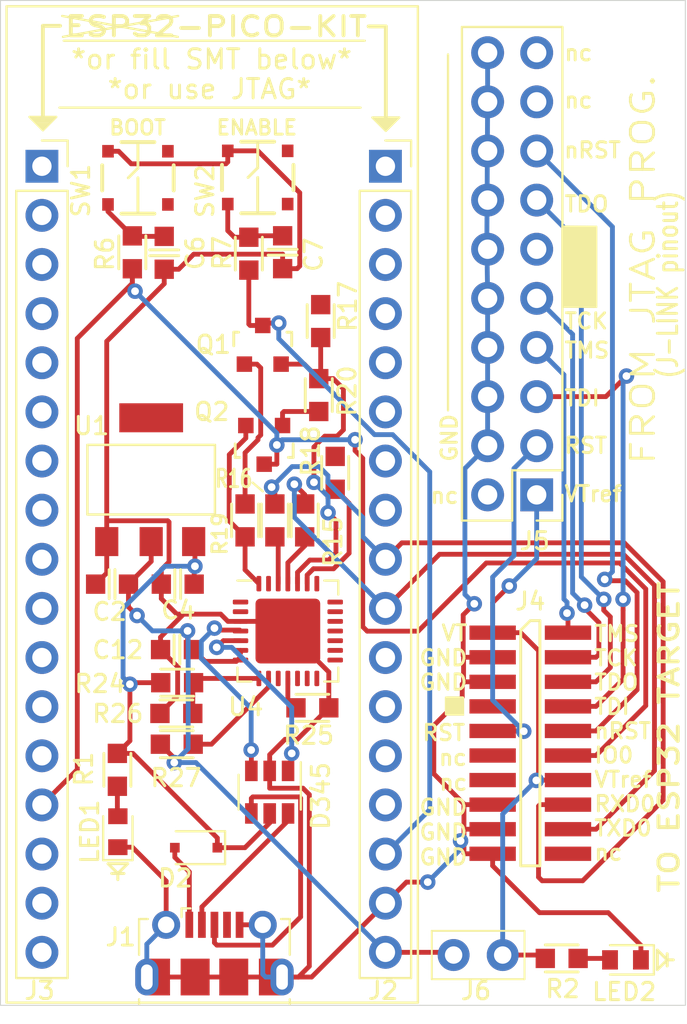
<source format=kicad_pcb>
(kicad_pcb (version 20171130) (host pcbnew "(5.1.5-0-10_14)")

  (general
    (thickness 1.6)
    (drawings 75)
    (tracks 425)
    (zones 0)
    (modules 35)
    (nets 88)
  )

  (page A4)
  (layers
    (0 F.Cu signal)
    (31 B.Cu signal)
    (32 B.Adhes user)
    (33 F.Adhes user)
    (34 B.Paste user)
    (35 F.Paste user)
    (36 B.SilkS user)
    (37 F.SilkS user)
    (38 B.Mask user)
    (39 F.Mask user)
    (40 Dwgs.User user)
    (41 Cmts.User user)
    (42 Eco1.User user)
    (43 Eco2.User user)
    (44 Edge.Cuts user)
    (45 Margin user)
    (46 B.CrtYd user)
    (47 F.CrtYd user)
    (48 B.Fab user)
    (49 F.Fab user hide)
  )

  (setup
    (last_trace_width 0.25)
    (trace_clearance 0.2)
    (zone_clearance 0.508)
    (zone_45_only no)
    (trace_min 0.2)
    (via_size 0.8)
    (via_drill 0.4)
    (via_min_size 0.4)
    (via_min_drill 0.3)
    (uvia_size 0.3)
    (uvia_drill 0.1)
    (uvias_allowed no)
    (uvia_min_size 0.2)
    (uvia_min_drill 0.1)
    (edge_width 0.05)
    (segment_width 0.2)
    (pcb_text_width 0.3)
    (pcb_text_size 1.5 1.5)
    (mod_edge_width 0.12)
    (mod_text_size 1 1)
    (mod_text_width 0.15)
    (pad_size 1.524 1.524)
    (pad_drill 0.762)
    (pad_to_mask_clearance 0.051)
    (solder_mask_min_width 0.25)
    (aux_axis_origin 0 0)
    (visible_elements FEFFFF7F)
    (pcbplotparams
      (layerselection 0x010fc_ffffffff)
      (usegerberextensions false)
      (usegerberattributes false)
      (usegerberadvancedattributes false)
      (creategerberjobfile false)
      (excludeedgelayer true)
      (linewidth 0.127000)
      (plotframeref false)
      (viasonmask false)
      (mode 1)
      (useauxorigin false)
      (hpglpennumber 1)
      (hpglpenspeed 20)
      (hpglpendiameter 15.000000)
      (psnegative false)
      (psa4output false)
      (plotreference true)
      (plotvalue true)
      (plotinvisibletext false)
      (padsonsilk false)
      (subtractmaskfromsilk false)
      (outputformat 1)
      (mirror false)
      (drillshape 1)
      (scaleselection 1)
      (outputdirectory ""))
  )

  (net 0 "")
  (net 1 GND)
  (net 2 /VDD_PICO)
  (net 3 +5V)
  (net 4 "Net-(C6-Pad2)")
  (net 5 "Net-(C7-Pad2)")
  (net 6 "Net-(D2-Pad2)")
  (net 7 "Net-(D345-Pad6)")
  (net 8 "Net-(D345-Pad4)")
  (net 9 /ESP32-PICO-KIT/USB_DP)
  (net 10 /ESP32-PICO-KIT/USB_DM)
  (net 11 "Net-(J1-Pad4)")
  (net 12 /EN)
  (net 13 "Net-(J2-Pad14)")
  (net 14 "Net-(J2-Pad13)")
  (net 15 "Net-(J2-Pad12)")
  (net 16 "Net-(J2-Pad11)")
  (net 17 /TXD0)
  (net 18 /RXD0)
  (net 19 "Net-(J2-Pad8)")
  (net 20 "Net-(J2-Pad7)")
  (net 21 "Net-(J2-Pad6)")
  (net 22 "Net-(J2-Pad5)")
  (net 23 "Net-(J2-Pad4)")
  (net 24 "Net-(J2-Pad3)")
  (net 25 "Net-(J2-Pad2)")
  (net 26 "Net-(J2-Pad1)")
  (net 27 "Net-(J3-Pad17)")
  (net 28 "Net-(J3-Pad16)")
  (net 29 "Net-(J3-Pad15)")
  (net 30 /IO0)
  (net 31 "Net-(J3-Pad13)")
  (net 32 "Net-(J3-Pad12)")
  (net 33 "Net-(J3-Pad11)")
  (net 34 "Net-(J3-Pad10)")
  (net 35 "Net-(J3-Pad9)")
  (net 36 "Net-(J3-Pad8)")
  (net 37 "Net-(J3-Pad7)")
  (net 38 "Net-(J3-Pad6)")
  (net 39 "Net-(J3-Pad5)")
  (net 40 "Net-(J3-Pad4)")
  (net 41 "Net-(J3-Pad3)")
  (net 42 "Net-(J3-Pad2)")
  (net 43 "Net-(J3-Pad1)")
  (net 44 "Net-(J4-Pad20)")
  (net 45 "Net-(J4-Pad13)")
  (net 46 /VTref)
  (net 47 "Net-(J4-Pad11)")
  (net 48 /TRST_N)
  (net 49 /nRESET)
  (net 50 "Net-(J4-Pad7)")
  (net 51 /TDI)
  (net 52 /TDO)
  (net 53 /TCK)
  (net 54 /TMS)
  (net 55 "Net-(J5-Pad19)")
  (net 56 "Net-(J5-Pad17)")
  (net 57 "Net-(J5-Pad11)")
  (net 58 "Net-(J5-Pad2)")
  (net 59 /ESP32-PICO-KIT/RTS)
  (net 60 "Net-(Q1-Pad1)")
  (net 61 /ESP32-PICO-KIT/DTR)
  (net 62 "Net-(Q2-Pad1)")
  (net 63 /ESP32-PICO-KIT/RXD)
  (net 64 /ESP32-PICO-KIT/TXD)
  (net 65 /ESP32-PICO-KIT/IO13)
  (net 66 /ESP32-PICO-KIT/IO15)
  (net 67 /ESP32-PICO-KIT/CTS)
  (net 68 "Net-(R24-Pad2)")
  (net 69 "Net-(R25-Pad1)")
  (net 70 "Net-(R27-Pad2)")
  (net 71 "Net-(U4-Pad27)")
  (net 72 "Net-(U4-Pad22)")
  (net 73 "Net-(U4-Pad21)")
  (net 74 "Net-(U4-Pad20)")
  (net 75 "Net-(U4-Pad19)")
  (net 76 "Net-(U4-Pad18)")
  (net 77 "Net-(U4-Pad17)")
  (net 78 "Net-(U4-Pad16)")
  (net 79 "Net-(U4-Pad15)")
  (net 80 "Net-(U4-Pad14)")
  (net 81 "Net-(U4-Pad13)")
  (net 82 "Net-(U4-Pad12)")
  (net 83 "Net-(U4-Pad10)")
  (net 84 "Net-(U4-Pad2)")
  (net 85 "Net-(U4-Pad1)")
  (net 86 "Net-(LED1-Pad2)")
  (net 87 "Net-(LED2-Pad2)")

  (net_class Default "This is the default net class."
    (clearance 0.2)
    (trace_width 0.25)
    (via_dia 0.8)
    (via_drill 0.4)
    (uvia_dia 0.3)
    (uvia_drill 0.1)
    (add_net +5V)
    (add_net /EN)
    (add_net /ESP32-PICO-KIT/CTS)
    (add_net /ESP32-PICO-KIT/DTR)
    (add_net /ESP32-PICO-KIT/IO13)
    (add_net /ESP32-PICO-KIT/IO15)
    (add_net /ESP32-PICO-KIT/RTS)
    (add_net /ESP32-PICO-KIT/RXD)
    (add_net /ESP32-PICO-KIT/TXD)
    (add_net /ESP32-PICO-KIT/USB_DM)
    (add_net /ESP32-PICO-KIT/USB_DP)
    (add_net /IO0)
    (add_net /RXD0)
    (add_net /TCK)
    (add_net /TDI)
    (add_net /TDO)
    (add_net /TMS)
    (add_net /TRST_N)
    (add_net /TXD0)
    (add_net /VDD_PICO)
    (add_net /VTref)
    (add_net /nRESET)
    (add_net GND)
    (add_net "Net-(C6-Pad2)")
    (add_net "Net-(C7-Pad2)")
    (add_net "Net-(D2-Pad2)")
    (add_net "Net-(D345-Pad4)")
    (add_net "Net-(D345-Pad6)")
    (add_net "Net-(J1-Pad4)")
    (add_net "Net-(J2-Pad1)")
    (add_net "Net-(J2-Pad11)")
    (add_net "Net-(J2-Pad12)")
    (add_net "Net-(J2-Pad13)")
    (add_net "Net-(J2-Pad14)")
    (add_net "Net-(J2-Pad2)")
    (add_net "Net-(J2-Pad3)")
    (add_net "Net-(J2-Pad4)")
    (add_net "Net-(J2-Pad5)")
    (add_net "Net-(J2-Pad6)")
    (add_net "Net-(J2-Pad7)")
    (add_net "Net-(J2-Pad8)")
    (add_net "Net-(J3-Pad1)")
    (add_net "Net-(J3-Pad10)")
    (add_net "Net-(J3-Pad11)")
    (add_net "Net-(J3-Pad12)")
    (add_net "Net-(J3-Pad13)")
    (add_net "Net-(J3-Pad15)")
    (add_net "Net-(J3-Pad16)")
    (add_net "Net-(J3-Pad17)")
    (add_net "Net-(J3-Pad2)")
    (add_net "Net-(J3-Pad3)")
    (add_net "Net-(J3-Pad4)")
    (add_net "Net-(J3-Pad5)")
    (add_net "Net-(J3-Pad6)")
    (add_net "Net-(J3-Pad7)")
    (add_net "Net-(J3-Pad8)")
    (add_net "Net-(J3-Pad9)")
    (add_net "Net-(J4-Pad11)")
    (add_net "Net-(J4-Pad13)")
    (add_net "Net-(J4-Pad20)")
    (add_net "Net-(J4-Pad7)")
    (add_net "Net-(J5-Pad11)")
    (add_net "Net-(J5-Pad17)")
    (add_net "Net-(J5-Pad19)")
    (add_net "Net-(J5-Pad2)")
    (add_net "Net-(LED1-Pad2)")
    (add_net "Net-(LED2-Pad2)")
    (add_net "Net-(Q1-Pad1)")
    (add_net "Net-(Q2-Pad1)")
    (add_net "Net-(R24-Pad2)")
    (add_net "Net-(R25-Pad1)")
    (add_net "Net-(R27-Pad2)")
    (add_net "Net-(U4-Pad1)")
    (add_net "Net-(U4-Pad10)")
    (add_net "Net-(U4-Pad12)")
    (add_net "Net-(U4-Pad13)")
    (add_net "Net-(U4-Pad14)")
    (add_net "Net-(U4-Pad15)")
    (add_net "Net-(U4-Pad16)")
    (add_net "Net-(U4-Pad17)")
    (add_net "Net-(U4-Pad18)")
    (add_net "Net-(U4-Pad19)")
    (add_net "Net-(U4-Pad2)")
    (add_net "Net-(U4-Pad20)")
    (add_net "Net-(U4-Pad21)")
    (add_net "Net-(U4-Pad22)")
    (add_net "Net-(U4-Pad27)")
  )

  (module 4ms_Connector:Pins_2x10_1.27mm_SMT_Trace (layer F.Cu) (tedit 5D65B2C4) (tstamp 5E54770B)
    (at 54.75 59.8)
    (path /5E550B49)
    (attr smd)
    (fp_text reference J4 (at 0.001622 -7.339) (layer F.SilkS)
      (effects (font (size 0.9 0.9) (thickness 0.15)))
    )
    (fp_text value Pins_2x10 (at 0 7.35) (layer F.Fab)
      (effects (font (size 0.7 0.7) (thickness 0.15)))
    )
    (fp_poly (pts (xy -4.35 -2.35) (xy -4.35 -1.5) (xy -3.5 -1.5) (xy -3.5 -2.35)) (layer F.SilkS) (width 0.15))
    (fp_line (start -3.4 -6.6) (end 3.4 -6.6) (layer F.CrtYd) (width 0.05))
    (fp_line (start -3.4 6.6) (end -3.4 -6.6) (layer F.CrtYd) (width 0.05))
    (fp_line (start 3.4 6.6) (end -3.4 6.6) (layer F.CrtYd) (width 0.05))
    (fp_line (start 3.4 -6.6) (end 3.4 6.6) (layer F.CrtYd) (width 0.05))
    (fp_line (start -0.496 6.339) (end -0.496 -5.843) (layer F.SilkS) (width 0.15))
    (fp_line (start 0.496 6.339) (end -0.496 6.339) (layer F.SilkS) (width 0.15))
    (fp_line (start 0.496 -6.339) (end 0.496 6.339) (layer F.SilkS) (width 0.15))
    (fp_line (start 0 -6.339) (end 0.496 -6.339) (layer F.SilkS) (width 0.15))
    (fp_line (start -0.496 -5.843) (end 0 -6.339) (layer F.SilkS) (width 0.15))
    (pad 19 smd rect (at -1.95 5.715 270) (size 0.74 2.4) (layers F.Cu F.Paste F.Mask)
      (net 1 GND))
    (pad 20 smd rect (at 1.95 5.715 270) (size 0.74 2.4) (layers F.Cu F.Paste F.Mask)
      (net 44 "Net-(J4-Pad20)"))
    (pad 17 smd rect (at -1.95 4.445 270) (size 0.74 2.4) (layers F.Cu F.Paste F.Mask)
      (net 1 GND))
    (pad 18 smd rect (at 1.95 4.445 270) (size 0.74 2.4) (layers F.Cu F.Paste F.Mask)
      (net 17 /TXD0))
    (pad 15 smd rect (at -1.95 3.175 270) (size 0.74 2.4) (layers F.Cu F.Paste F.Mask)
      (net 1 GND))
    (pad 16 smd rect (at 1.95 3.175 270) (size 0.74 2.4) (layers F.Cu F.Paste F.Mask)
      (net 18 /RXD0))
    (pad 13 smd rect (at -1.95 1.905 270) (size 0.74 2.4) (layers F.Cu F.Paste F.Mask)
      (net 45 "Net-(J4-Pad13)"))
    (pad 14 smd rect (at 1.95 1.905 270) (size 0.74 2.4) (layers F.Cu F.Paste F.Mask)
      (net 46 /VTref))
    (pad 11 smd rect (at -1.95 0.635 270) (size 0.74 2.4) (layers F.Cu F.Paste F.Mask)
      (net 47 "Net-(J4-Pad11)"))
    (pad 12 smd rect (at 1.95 0.635 270) (size 0.74 2.4) (layers F.Cu F.Paste F.Mask)
      (net 30 /IO0))
    (pad 9 smd rect (at -1.95 -0.635 270) (size 0.74 2.4) (layers F.Cu F.Paste F.Mask)
      (net 48 /TRST_N))
    (pad 10 smd rect (at 1.95 -0.635 270) (size 0.74 2.4) (layers F.Cu F.Paste F.Mask)
      (net 49 /nRESET))
    (pad 7 smd rect (at -1.95 -1.905 270) (size 0.74 2.4) (layers F.Cu F.Paste F.Mask)
      (net 50 "Net-(J4-Pad7)"))
    (pad 8 smd rect (at 1.95 -1.905 270) (size 0.74 2.4) (layers F.Cu F.Paste F.Mask)
      (net 51 /TDI))
    (pad 5 smd rect (at -1.95 -3.175 270) (size 0.74 2.4) (layers F.Cu F.Paste F.Mask)
      (net 1 GND))
    (pad 6 smd rect (at 1.95 -3.175 270) (size 0.74 2.4) (layers F.Cu F.Paste F.Mask)
      (net 52 /TDO))
    (pad 3 smd rect (at -1.95 -4.445 270) (size 0.74 2.4) (layers F.Cu F.Paste F.Mask)
      (net 1 GND))
    (pad 4 smd rect (at 1.95 -4.445 270) (size 0.74 2.4) (layers F.Cu F.Paste F.Mask)
      (net 53 /TCK))
    (pad 1 smd rect (at -1.95 -5.715 270) (size 0.74 2.4) (layers F.Cu F.Paste F.Mask)
      (net 46 /VTref))
    (pad 2 smd rect (at 1.95 -5.715 270) (size 0.74 2.4) (layers F.Cu F.Paste F.Mask)
      (net 54 /TMS))
    (model ${KISYS3DMOD}/Connector_PinHeader_1.27mm.3dshapes/PinHeader_2x10_P1.27mm_Vertical_SMD.step
      (at (xyz 0 0 0))
      (scale (xyz 1 1 1))
      (rotate (xyz 0 0 0))
    )
  )

  (module 4ms_Resistor:R_0603 (layer F.Cu) (tedit 5B0456E1) (tstamp 5E5495B7)
    (at 56.375 70.925)
    (descr "Resistor SMD 0603, reflow soldering, Vishay (see dcrcw.pdf)")
    (tags "resistor 0603")
    (path /5E63D6FD)
    (attr smd)
    (fp_text reference R2 (at 0.045 1.575) (layer F.SilkS)
      (effects (font (size 0.9 0.9) (thickness 0.15)))
    )
    (fp_text value 2k (at -0.025 -2.675) (layer F.Fab)
      (effects (font (size 0.7 0.7) (thickness 0.15)))
    )
    (fp_line (start -1.6 -0.75) (end 1.6 -0.75) (layer F.CrtYd) (width 0.05))
    (fp_line (start -1.6 0.75) (end 1.6 0.75) (layer F.CrtYd) (width 0.05))
    (fp_line (start -1.6 -0.75) (end -1.6 0.75) (layer F.CrtYd) (width 0.05))
    (fp_line (start 1.6 -0.75) (end 1.6 0.75) (layer F.CrtYd) (width 0.05))
    (fp_line (start 0.85 0.7) (end -0.85 0.7) (layer F.SilkS) (width 0.15))
    (fp_line (start -0.85 -0.7) (end 0.85 -0.7) (layer F.SilkS) (width 0.15))
    (pad 1 smd rect (at -0.85 0) (size 1 1) (layers F.Cu F.Paste F.Mask)
      (net 46 /VTref))
    (pad 2 smd rect (at 0.85 0) (size 1 1) (layers F.Cu F.Paste F.Mask)
      (net 87 "Net-(LED2-Pad2)"))
    (model Resistors_SMD.3dshapes/R_0603.wrl
      (at (xyz 0 0 0))
      (scale (xyz 1 1 1))
      (rotate (xyz 0 0 0))
    )
    (model ${KISYS3DMOD}/Resistor_SMD.3dshapes/R_0603_1608Metric.wrl
      (at (xyz 0 0 0))
      (scale (xyz 1 1 1))
      (rotate (xyz 0 0 0))
    )
  )

  (module 4ms_LED:LED_0603_1608Metric (layer F.Cu) (tedit 5C2FA51B) (tstamp 5E549549)
    (at 59.675 71 180)
    (descr "LED SMD 0603 (1608 Metric), square (rectangular) end terminal, IPC_7351 nominal, (Body size source: http://www.tortai-tech.com/upload/download/2011102023233369053.pdf), generated with kicad-footprint-generator")
    (tags diode)
    (path /5E63D703)
    (attr smd)
    (fp_text reference LED2 (at 0.065 -1.65 180) (layer F.SilkS)
      (effects (font (size 0.9 0.9) (thickness 0.15)))
    )
    (fp_text value Blue (at 0.2 1.6) (layer F.Fab)
      (effects (font (size 0.7 0.7) (thickness 0.15)))
    )
    (fp_line (start -2.2225 0) (end -2.4765 0) (layer F.SilkS) (width 0.1524))
    (fp_line (start -2.159 -0.3175) (end -2.159 0.3175) (layer F.SilkS) (width 0.1524))
    (fp_line (start -1.651 -0.508) (end -1.651 0.508) (layer F.SilkS) (width 0.1524))
    (fp_line (start -2.159 0) (end -1.651 0.508) (layer F.SilkS) (width 0.1524))
    (fp_line (start -1.651 -0.508) (end -2.159 0) (layer F.SilkS) (width 0.1524))
    (fp_circle (center 0 0) (end 1.4605 0) (layer Cmts.User) (width 0.0762))
    (fp_line (start 1.46 0.75) (end -1.46 0.75) (layer F.CrtYd) (width 0.05))
    (fp_line (start 1.46 -0.75) (end 1.46 0.75) (layer F.CrtYd) (width 0.05))
    (fp_line (start -1.46 -0.75) (end 1.46 -0.75) (layer F.CrtYd) (width 0.05))
    (fp_line (start -1.46 0.75) (end -1.46 -0.75) (layer F.CrtYd) (width 0.05))
    (fp_line (start -1.47 0.76) (end 0.8 0.76) (layer F.SilkS) (width 0.12))
    (fp_line (start -1.47 -0.76) (end -1.47 0.76) (layer F.SilkS) (width 0.12))
    (fp_line (start 0.8 -0.76) (end -1.47 -0.76) (layer F.SilkS) (width 0.12))
    (fp_line (start 0.8 0.4) (end 0.8 -0.4) (layer F.Fab) (width 0.1))
    (fp_line (start -0.8 0.4) (end 0.8 0.4) (layer F.Fab) (width 0.1))
    (fp_line (start -0.8 -0.1) (end -0.8 0.4) (layer F.Fab) (width 0.1))
    (fp_line (start -0.5 -0.4) (end -0.8 -0.1) (layer F.Fab) (width 0.1))
    (fp_line (start 0.8 -0.4) (end -0.5 -0.4) (layer F.Fab) (width 0.1))
    (pad 2 smd rect (at 0.8 0 180) (size 0.82 1) (layers F.Cu F.Paste F.Mask)
      (net 87 "Net-(LED2-Pad2)"))
    (pad 1 smd rect (at -0.8 0 180) (size 0.82 1) (layers F.Cu F.Paste F.Mask)
      (net 1 GND))
    (model ${KISYS3DMOD}/LED_SMD.3dshapes/LED_0603.wrl
      (at (xyz 0 0 0))
      (scale (xyz 1 1 1))
      (rotate (xyz 0 0 0))
    )
    (model ${KISYS3DMOD}/LED_SMD.3dshapes/LED_0603_1608Metric_Castellated.step
      (at (xyz 0 0 0))
      (scale (xyz 1 1 1))
      (rotate (xyz 0 0 0))
    )
  )

  (module 4ms_Switch:Button_Tact_PTS540 (layer F.Cu) (tedit 5A84C87F) (tstamp 5E54782B)
    (at 40.64 30.55)
    (path /5E5883BD/5E5EFEDA)
    (fp_text reference SW2 (at -2.2 2.18 90) (layer F.SilkS)
      (effects (font (size 0.9 0.9) (thickness 0.15)) (justify left bottom))
    )
    (fp_text value SW_PUSH_SMALL (at 0.38 -3.92) (layer F.Fab) hide
      (effects (font (size 0.7 0.7) (thickness 0.15)))
    )
    (fp_line (start 2.17 -2.02) (end -2.17 -2.02) (layer F.CrtYd) (width 0.05))
    (fp_line (start 2.17 2.02) (end 2.17 -2.02) (layer F.CrtYd) (width 0.05))
    (fp_line (start -2.17 2.02) (end 2.17 2.02) (layer F.CrtYd) (width 0.05))
    (fp_line (start -2.17 -2.02) (end -2.17 2.02) (layer F.CrtYd) (width 0.05))
    (fp_line (start 0.85 1.85) (end -0.85 1.85) (layer F.SilkS) (width 0.2032))
    (fp_line (start 0.85 -1.85) (end -0.85 -1.85) (layer F.SilkS) (width 0.2032))
    (fp_line (start -1.85 0.65) (end -1.85 -0.65) (layer F.SilkS) (width 0.2032))
    (fp_line (start 1.85 0.65) (end 1.85 -0.65) (layer F.SilkS) (width 0.2032))
    (fp_line (start 0 -1.85) (end 0 -0.5) (layer F.SilkS) (width 0.15))
    (fp_line (start 0 -0.5) (end -0.5 0) (layer F.SilkS) (width 0.15))
    (fp_line (start 0 0) (end 0 1.85) (layer F.SilkS) (width 0.15))
    (pad 4 smd rect (at 1.55 1.375) (size 0.6 0.65) (layers F.Cu F.Paste F.Mask))
    (pad 2 smd rect (at -1.55 1.375) (size 0.6 0.65) (layers F.Cu F.Paste F.Mask)
      (net 5 "Net-(C7-Pad2)"))
    (pad 3 smd rect (at 1.55 -1.375) (size 0.6 0.65) (layers F.Cu F.Paste F.Mask))
    (pad 1 smd rect (at -1.55 -1.375) (size 0.6 0.65) (layers F.Cu F.Paste F.Mask)
      (net 1 GND))
  )

  (module 4ms_Switch:Button_Tact_PTS540 (layer F.Cu) (tedit 5A84C87F) (tstamp 5E547819)
    (at 34.44 30.57)
    (path /5E5883BD/5E5FEFFD)
    (fp_text reference SW1 (at -2.43 2.13 90) (layer F.SilkS)
      (effects (font (size 0.9 0.9) (thickness 0.15)) (justify left bottom))
    )
    (fp_text value SW_PUSH_SMALL (at 0.7 -5.55) (layer F.Fab) hide
      (effects (font (size 0.7 0.7) (thickness 0.15)))
    )
    (fp_line (start 2.17 -2.02) (end -2.17 -2.02) (layer F.CrtYd) (width 0.05))
    (fp_line (start 2.17 2.02) (end 2.17 -2.02) (layer F.CrtYd) (width 0.05))
    (fp_line (start -2.17 2.02) (end 2.17 2.02) (layer F.CrtYd) (width 0.05))
    (fp_line (start -2.17 -2.02) (end -2.17 2.02) (layer F.CrtYd) (width 0.05))
    (fp_line (start 0.85 1.85) (end -0.85 1.85) (layer F.SilkS) (width 0.2032))
    (fp_line (start 0.85 -1.85) (end -0.85 -1.85) (layer F.SilkS) (width 0.2032))
    (fp_line (start -1.85 0.65) (end -1.85 -0.65) (layer F.SilkS) (width 0.2032))
    (fp_line (start 1.85 0.65) (end 1.85 -0.65) (layer F.SilkS) (width 0.2032))
    (fp_line (start 0 -1.85) (end 0 -0.5) (layer F.SilkS) (width 0.15))
    (fp_line (start 0 -0.5) (end -0.5 0) (layer F.SilkS) (width 0.15))
    (fp_line (start 0 0) (end 0 1.85) (layer F.SilkS) (width 0.15))
    (pad 4 smd rect (at 1.55 1.375) (size 0.6 0.65) (layers F.Cu F.Paste F.Mask))
    (pad 2 smd rect (at -1.55 1.375) (size 0.6 0.65) (layers F.Cu F.Paste F.Mask)
      (net 4 "Net-(C6-Pad2)"))
    (pad 3 smd rect (at 1.55 -1.375) (size 0.6 0.65) (layers F.Cu F.Paste F.Mask))
    (pad 1 smd rect (at -1.55 -1.375) (size 0.6 0.65) (layers F.Cu F.Paste F.Mask)
      (net 1 GND))
  )

  (module Package_DFN_QFN:QFN-28-1EP_5x5mm_P0.5mm_EP3.35x3.35mm (layer F.Cu) (tedit 5C1FD453) (tstamp 5E54787E)
    (at 42.2 54)
    (descr "QFN, 28 Pin (http://ww1.microchip.com/downloads/en/PackagingSpec/00000049BQ.pdf#page=283), generated with kicad-footprint-generator ipc_dfn_qfn_generator.py")
    (tags "QFN DFN_QFN")
    (path /5E5883BD/5E5A652F)
    (attr smd)
    (fp_text reference U4 (at -2.18 3.92) (layer F.SilkS)
      (effects (font (size 0.9 0.9) (thickness 0.15)))
    )
    (fp_text value CP2102N-A01-GQFN28 (at 7.05 -1.575) (layer F.Fab) hide
      (effects (font (size 1 1) (thickness 0.15)))
    )
    (fp_text user %R (at 0 0) (layer F.Fab)
      (effects (font (size 1 1) (thickness 0.15)))
    )
    (fp_line (start 3.1 -3.1) (end -3.1 -3.1) (layer F.CrtYd) (width 0.05))
    (fp_line (start 3.1 3.1) (end 3.1 -3.1) (layer F.CrtYd) (width 0.05))
    (fp_line (start -3.1 3.1) (end 3.1 3.1) (layer F.CrtYd) (width 0.05))
    (fp_line (start -3.1 -3.1) (end -3.1 3.1) (layer F.CrtYd) (width 0.05))
    (fp_line (start -2.5 -1.5) (end -1.5 -2.5) (layer F.Fab) (width 0.1))
    (fp_line (start -2.5 2.5) (end -2.5 -1.5) (layer F.Fab) (width 0.1))
    (fp_line (start 2.5 2.5) (end -2.5 2.5) (layer F.Fab) (width 0.1))
    (fp_line (start 2.5 -2.5) (end 2.5 2.5) (layer F.Fab) (width 0.1))
    (fp_line (start -1.5 -2.5) (end 2.5 -2.5) (layer F.Fab) (width 0.1))
    (fp_line (start -1.885 -2.61) (end -2.61 -2.61) (layer F.SilkS) (width 0.12))
    (fp_line (start 2.61 2.61) (end 2.61 1.885) (layer F.SilkS) (width 0.12))
    (fp_line (start 1.885 2.61) (end 2.61 2.61) (layer F.SilkS) (width 0.12))
    (fp_line (start -2.61 2.61) (end -2.61 1.885) (layer F.SilkS) (width 0.12))
    (fp_line (start -1.885 2.61) (end -2.61 2.61) (layer F.SilkS) (width 0.12))
    (fp_line (start 2.61 -2.61) (end 2.61 -1.885) (layer F.SilkS) (width 0.12))
    (fp_line (start 1.885 -2.61) (end 2.61 -2.61) (layer F.SilkS) (width 0.12))
    (pad 28 smd roundrect (at -1.5 -2.45) (size 0.25 0.8) (layers F.Cu F.Paste F.Mask) (roundrect_rratio 0.25)
      (net 61 /ESP32-PICO-KIT/DTR))
    (pad 27 smd roundrect (at -1 -2.45) (size 0.25 0.8) (layers F.Cu F.Paste F.Mask) (roundrect_rratio 0.25)
      (net 71 "Net-(U4-Pad27)"))
    (pad 26 smd roundrect (at -0.5 -2.45) (size 0.25 0.8) (layers F.Cu F.Paste F.Mask) (roundrect_rratio 0.25)
      (net 64 /ESP32-PICO-KIT/TXD))
    (pad 25 smd roundrect (at 0 -2.45) (size 0.25 0.8) (layers F.Cu F.Paste F.Mask) (roundrect_rratio 0.25)
      (net 63 /ESP32-PICO-KIT/RXD))
    (pad 24 smd roundrect (at 0.5 -2.45) (size 0.25 0.8) (layers F.Cu F.Paste F.Mask) (roundrect_rratio 0.25)
      (net 59 /ESP32-PICO-KIT/RTS))
    (pad 23 smd roundrect (at 1 -2.45) (size 0.25 0.8) (layers F.Cu F.Paste F.Mask) (roundrect_rratio 0.25)
      (net 67 /ESP32-PICO-KIT/CTS))
    (pad 22 smd roundrect (at 1.5 -2.45) (size 0.25 0.8) (layers F.Cu F.Paste F.Mask) (roundrect_rratio 0.25)
      (net 72 "Net-(U4-Pad22)"))
    (pad 21 smd roundrect (at 2.45 -1.5) (size 0.8 0.25) (layers F.Cu F.Paste F.Mask) (roundrect_rratio 0.25)
      (net 73 "Net-(U4-Pad21)"))
    (pad 20 smd roundrect (at 2.45 -1) (size 0.8 0.25) (layers F.Cu F.Paste F.Mask) (roundrect_rratio 0.25)
      (net 74 "Net-(U4-Pad20)"))
    (pad 19 smd roundrect (at 2.45 -0.5) (size 0.8 0.25) (layers F.Cu F.Paste F.Mask) (roundrect_rratio 0.25)
      (net 75 "Net-(U4-Pad19)"))
    (pad 18 smd roundrect (at 2.45 0) (size 0.8 0.25) (layers F.Cu F.Paste F.Mask) (roundrect_rratio 0.25)
      (net 76 "Net-(U4-Pad18)"))
    (pad 17 smd roundrect (at 2.45 0.5) (size 0.8 0.25) (layers F.Cu F.Paste F.Mask) (roundrect_rratio 0.25)
      (net 77 "Net-(U4-Pad17)"))
    (pad 16 smd roundrect (at 2.45 1) (size 0.8 0.25) (layers F.Cu F.Paste F.Mask) (roundrect_rratio 0.25)
      (net 78 "Net-(U4-Pad16)"))
    (pad 15 smd roundrect (at 2.45 1.5) (size 0.8 0.25) (layers F.Cu F.Paste F.Mask) (roundrect_rratio 0.25)
      (net 79 "Net-(U4-Pad15)"))
    (pad 14 smd roundrect (at 1.5 2.45) (size 0.25 0.8) (layers F.Cu F.Paste F.Mask) (roundrect_rratio 0.25)
      (net 80 "Net-(U4-Pad14)"))
    (pad 13 smd roundrect (at 1 2.45) (size 0.25 0.8) (layers F.Cu F.Paste F.Mask) (roundrect_rratio 0.25)
      (net 81 "Net-(U4-Pad13)"))
    (pad 12 smd roundrect (at 0.5 2.45) (size 0.25 0.8) (layers F.Cu F.Paste F.Mask) (roundrect_rratio 0.25)
      (net 82 "Net-(U4-Pad12)"))
    (pad 11 smd roundrect (at 0 2.45) (size 0.25 0.8) (layers F.Cu F.Paste F.Mask) (roundrect_rratio 0.25)
      (net 69 "Net-(R25-Pad1)"))
    (pad 10 smd roundrect (at -0.5 2.45) (size 0.25 0.8) (layers F.Cu F.Paste F.Mask) (roundrect_rratio 0.25)
      (net 83 "Net-(U4-Pad10)"))
    (pad 9 smd roundrect (at -1 2.45) (size 0.25 0.8) (layers F.Cu F.Paste F.Mask) (roundrect_rratio 0.25)
      (net 70 "Net-(R27-Pad2)"))
    (pad 8 smd roundrect (at -1.5 2.45) (size 0.25 0.8) (layers F.Cu F.Paste F.Mask) (roundrect_rratio 0.25)
      (net 68 "Net-(R24-Pad2)"))
    (pad 7 smd roundrect (at -2.45 1.5) (size 0.8 0.25) (layers F.Cu F.Paste F.Mask) (roundrect_rratio 0.25)
      (net 2 /VDD_PICO))
    (pad 6 smd roundrect (at -2.45 1) (size 0.8 0.25) (layers F.Cu F.Paste F.Mask) (roundrect_rratio 0.25)
      (net 2 /VDD_PICO))
    (pad 5 smd roundrect (at -2.45 0.5) (size 0.8 0.25) (layers F.Cu F.Paste F.Mask) (roundrect_rratio 0.25)
      (net 10 /ESP32-PICO-KIT/USB_DM))
    (pad 4 smd roundrect (at -2.45 0) (size 0.8 0.25) (layers F.Cu F.Paste F.Mask) (roundrect_rratio 0.25)
      (net 9 /ESP32-PICO-KIT/USB_DP))
    (pad 3 smd roundrect (at -2.45 -0.5) (size 0.8 0.25) (layers F.Cu F.Paste F.Mask) (roundrect_rratio 0.25)
      (net 1 GND))
    (pad 2 smd roundrect (at -2.45 -1) (size 0.8 0.25) (layers F.Cu F.Paste F.Mask) (roundrect_rratio 0.25)
      (net 84 "Net-(U4-Pad2)"))
    (pad 1 smd roundrect (at -2.45 -1.5) (size 0.8 0.25) (layers F.Cu F.Paste F.Mask) (roundrect_rratio 0.25)
      (net 85 "Net-(U4-Pad1)"))
    (pad "" smd roundrect (at 1.12 1.12) (size 0.9 0.9) (layers F.Paste) (roundrect_rratio 0.25))
    (pad "" smd roundrect (at 1.12 0) (size 0.9 0.9) (layers F.Paste) (roundrect_rratio 0.25))
    (pad "" smd roundrect (at 1.12 -1.12) (size 0.9 0.9) (layers F.Paste) (roundrect_rratio 0.25))
    (pad "" smd roundrect (at 0 1.12) (size 0.9 0.9) (layers F.Paste) (roundrect_rratio 0.25))
    (pad "" smd roundrect (at 0 0) (size 0.9 0.9) (layers F.Paste) (roundrect_rratio 0.25))
    (pad "" smd roundrect (at 0 -1.12) (size 0.9 0.9) (layers F.Paste) (roundrect_rratio 0.25))
    (pad "" smd roundrect (at -1.12 1.12) (size 0.9 0.9) (layers F.Paste) (roundrect_rratio 0.25))
    (pad "" smd roundrect (at -1.12 0) (size 0.9 0.9) (layers F.Paste) (roundrect_rratio 0.25))
    (pad "" smd roundrect (at -1.12 -1.12) (size 0.9 0.9) (layers F.Paste) (roundrect_rratio 0.25))
    (pad 29 smd roundrect (at 0 0) (size 3.35 3.35) (layers F.Cu F.Mask) (roundrect_rratio 0.074627)
      (net 1 GND))
    (model ${KISYS3DMOD}/Package_DFN_QFN.3dshapes/QFN-28-1EP_5x5mm_P0.5mm_EP3.35x3.35mm.wrl
      (at (xyz 0 0 0))
      (scale (xyz 1 1 1))
      (rotate (xyz 0 0 0))
    )
  )

  (module 4ms_Package_SOT:SOT223 (layer F.Cu) (tedit 5E30AFBC) (tstamp 5E54D89C)
    (at 35.125 46.175)
    (descr SOT-223)
    (path /5E5883BD/5E58ABC3)
    (fp_text reference U1 (at -4.085 -2.255) (layer F.SilkS)
      (effects (font (size 0.9 0.9) (thickness 0.15)) (justify left bottom))
    )
    (fp_text value AMS1117 (at -2.125 -0.295) (layer F.Fab)
      (effects (font (size 0.7 0.7) (thickness 0.15)) (justify left bottom))
    )
    (fp_line (start -1.9 -4.2) (end -1.9 -2.05) (layer F.CrtYd) (width 0.05))
    (fp_line (start 1.9 -4.2) (end -1.9 -4.2) (layer F.CrtYd) (width 0.05))
    (fp_line (start 1.9 -2.05) (end 1.9 -4.2) (layer F.CrtYd) (width 0.05))
    (fp_line (start 3.55 -2.05) (end 1.9 -2.05) (layer F.CrtYd) (width 0.05))
    (fp_line (start 3.55 2.05) (end 3.55 -2.05) (layer F.CrtYd) (width 0.05))
    (fp_line (start 3.15 2.05) (end 3.55 2.05) (layer F.CrtYd) (width 0.05))
    (fp_line (start 3.15 4.2) (end 3.15 2.05) (layer F.CrtYd) (width 0.05))
    (fp_line (start -3.15 4.2) (end 3.15 4.2) (layer F.CrtYd) (width 0.05))
    (fp_line (start -3.15 2.05) (end -3.15 4.2) (layer F.CrtYd) (width 0.05))
    (fp_line (start -3.55 2.05) (end -3.15 2.05) (layer F.CrtYd) (width 0.05))
    (fp_line (start -3.55 -2.05) (end -3.55 2.05) (layer F.CrtYd) (width 0.05))
    (fp_line (start -1.9 -2.05) (end -3.55 -2.05) (layer F.CrtYd) (width 0.05))
    (fp_line (start -3.3 -1.8) (end -3.3 1.8) (layer F.SilkS) (width 0.127))
    (fp_line (start 3.3 -1.8) (end -3.3 -1.8) (layer F.SilkS) (width 0.127))
    (fp_line (start 3.3 1.8) (end 3.3 -1.8) (layer F.SilkS) (width 0.127))
    (fp_line (start -3.3 1.8) (end 3.3 1.8) (layer F.SilkS) (width 0.127))
    (pad 2B smd rect (at 0 -3.2) (size 3.3 1.5) (layers F.Cu F.Paste F.Mask))
    (pad 3 smd rect (at 2.2 3.2) (size 1.2 1.5) (layers F.Cu F.Paste F.Mask)
      (net 3 +5V))
    (pad 2 smd rect (at 0 3.2) (size 1.2 1.5) (layers F.Cu F.Paste F.Mask)
      (net 2 /VDD_PICO))
    (pad 1 smd rect (at -2.3 3.2) (size 1.2 1.5) (layers F.Cu F.Paste F.Mask)
      (net 1 GND))
    (model ${KISYS3DMOD}/Package_TO_SOT_SMD.3dshapes/SOT-223.step
      (at (xyz 0 0 0))
      (scale (xyz 1 1 1))
      (rotate (xyz 0 0 -90))
    )
  )

  (module 4ms_Resistor:R_0603 (layer F.Cu) (tedit 5B0456E1) (tstamp 5E547807)
    (at 36.45 59.85)
    (descr "Resistor SMD 0603, reflow soldering, Vishay (see dcrcw.pdf)")
    (tags "resistor 0603")
    (path /5E5883BD/5E5ACFBD)
    (attr smd)
    (fp_text reference R27 (at -0.04 1.74) (layer F.SilkS)
      (effects (font (size 0.9 0.9) (thickness 0.15)))
    )
    (fp_text value 2k (at 2.425 -0.025) (layer F.Fab)
      (effects (font (size 0.7 0.7) (thickness 0.15)))
    )
    (fp_line (start -1.6 -0.75) (end 1.6 -0.75) (layer F.CrtYd) (width 0.05))
    (fp_line (start -1.6 0.75) (end 1.6 0.75) (layer F.CrtYd) (width 0.05))
    (fp_line (start -1.6 -0.75) (end -1.6 0.75) (layer F.CrtYd) (width 0.05))
    (fp_line (start 1.6 -0.75) (end 1.6 0.75) (layer F.CrtYd) (width 0.05))
    (fp_line (start 0.85 0.7) (end -0.85 0.7) (layer F.SilkS) (width 0.15))
    (fp_line (start -0.85 -0.7) (end 0.85 -0.7) (layer F.SilkS) (width 0.15))
    (pad 1 smd rect (at -0.85 0) (size 1 1) (layers F.Cu F.Paste F.Mask)
      (net 2 /VDD_PICO))
    (pad 2 smd rect (at 0.85 0) (size 1 1) (layers F.Cu F.Paste F.Mask)
      (net 70 "Net-(R27-Pad2)"))
    (model Resistors_SMD.3dshapes/R_0603.wrl
      (at (xyz 0 0 0))
      (scale (xyz 1 1 1))
      (rotate (xyz 0 0 0))
    )
    (model ${KISYS3DMOD}/Resistor_SMD.3dshapes/R_0603_1608Metric.wrl
      (at (xyz 0 0 0))
      (scale (xyz 1 1 1))
      (rotate (xyz 0 0 0))
    )
  )

  (module 4ms_Resistor:R_0603 (layer F.Cu) (tedit 5B0456E1) (tstamp 5E5477FB)
    (at 36.43 58.26 180)
    (descr "Resistor SMD 0603, reflow soldering, Vishay (see dcrcw.pdf)")
    (tags "resistor 0603")
    (path /5E5883BD/5E5ABB32)
    (attr smd)
    (fp_text reference R26 (at 3.03 -0.015) (layer F.SilkS)
      (effects (font (size 0.9 0.9) (thickness 0.15)))
    )
    (fp_text value 47.5k (at -3.045 -0.39) (layer F.Fab)
      (effects (font (size 0.7 0.7) (thickness 0.15)))
    )
    (fp_line (start -1.6 -0.75) (end 1.6 -0.75) (layer F.CrtYd) (width 0.05))
    (fp_line (start -1.6 0.75) (end 1.6 0.75) (layer F.CrtYd) (width 0.05))
    (fp_line (start -1.6 -0.75) (end -1.6 0.75) (layer F.CrtYd) (width 0.05))
    (fp_line (start 1.6 -0.75) (end 1.6 0.75) (layer F.CrtYd) (width 0.05))
    (fp_line (start 0.85 0.7) (end -0.85 0.7) (layer F.SilkS) (width 0.15))
    (fp_line (start -0.85 -0.7) (end 0.85 -0.7) (layer F.SilkS) (width 0.15))
    (pad 1 smd rect (at -0.85 0 180) (size 1 1) (layers F.Cu F.Paste F.Mask)
      (net 68 "Net-(R24-Pad2)"))
    (pad 2 smd rect (at 0.85 0 180) (size 1 1) (layers F.Cu F.Paste F.Mask)
      (net 1 GND))
    (model Resistors_SMD.3dshapes/R_0603.wrl
      (at (xyz 0 0 0))
      (scale (xyz 1 1 1))
      (rotate (xyz 0 0 0))
    )
    (model ${KISYS3DMOD}/Resistor_SMD.3dshapes/R_0603_1608Metric.wrl
      (at (xyz 0 0 0))
      (scale (xyz 1 1 1))
      (rotate (xyz 0 0 0))
    )
  )

  (module 4ms_Resistor:R_0603 (layer F.Cu) (tedit 5B0456E1) (tstamp 5E5477EF)
    (at 43.47 57.97)
    (descr "Resistor SMD 0603, reflow soldering, Vishay (see dcrcw.pdf)")
    (tags "resistor 0603")
    (path /5E5883BD/5E5B26C0)
    (attr smd)
    (fp_text reference R25 (at -0.195 1.43) (layer F.SilkS)
      (effects (font (size 0.9 0.9) (thickness 0.15)))
    )
    (fp_text value 10k (at 0.09 -1.61) (layer F.Fab)
      (effects (font (size 0.7 0.7) (thickness 0.15)))
    )
    (fp_line (start -1.6 -0.75) (end 1.6 -0.75) (layer F.CrtYd) (width 0.05))
    (fp_line (start -1.6 0.75) (end 1.6 0.75) (layer F.CrtYd) (width 0.05))
    (fp_line (start -1.6 -0.75) (end -1.6 0.75) (layer F.CrtYd) (width 0.05))
    (fp_line (start 1.6 -0.75) (end 1.6 0.75) (layer F.CrtYd) (width 0.05))
    (fp_line (start 0.85 0.7) (end -0.85 0.7) (layer F.SilkS) (width 0.15))
    (fp_line (start -0.85 -0.7) (end 0.85 -0.7) (layer F.SilkS) (width 0.15))
    (pad 1 smd rect (at -0.85 0) (size 1 1) (layers F.Cu F.Paste F.Mask)
      (net 69 "Net-(R25-Pad1)"))
    (pad 2 smd rect (at 0.85 0) (size 1 1) (layers F.Cu F.Paste F.Mask)
      (net 1 GND))
    (model Resistors_SMD.3dshapes/R_0603.wrl
      (at (xyz 0 0 0))
      (scale (xyz 1 1 1))
      (rotate (xyz 0 0 0))
    )
    (model ${KISYS3DMOD}/Resistor_SMD.3dshapes/R_0603_1608Metric.wrl
      (at (xyz 0 0 0))
      (scale (xyz 1 1 1))
      (rotate (xyz 0 0 0))
    )
  )

  (module 4ms_Resistor:R_0603 (layer F.Cu) (tedit 5B0456E1) (tstamp 5E5477E3)
    (at 36.47 56.67)
    (descr "Resistor SMD 0603, reflow soldering, Vishay (see dcrcw.pdf)")
    (tags "resistor 0603")
    (path /5E5883BD/5E5AB3D3)
    (attr smd)
    (fp_text reference R24 (at -3.995 0.055) (layer F.SilkS)
      (effects (font (size 0.9 0.9) (thickness 0.15)))
    )
    (fp_text value 22.1k (at 2.955 -0.145) (layer F.Fab)
      (effects (font (size 0.7 0.7) (thickness 0.15)))
    )
    (fp_line (start -1.6 -0.75) (end 1.6 -0.75) (layer F.CrtYd) (width 0.05))
    (fp_line (start -1.6 0.75) (end 1.6 0.75) (layer F.CrtYd) (width 0.05))
    (fp_line (start -1.6 -0.75) (end -1.6 0.75) (layer F.CrtYd) (width 0.05))
    (fp_line (start 1.6 -0.75) (end 1.6 0.75) (layer F.CrtYd) (width 0.05))
    (fp_line (start 0.85 0.7) (end -0.85 0.7) (layer F.SilkS) (width 0.15))
    (fp_line (start -0.85 -0.7) (end 0.85 -0.7) (layer F.SilkS) (width 0.15))
    (pad 1 smd rect (at -0.85 0) (size 1 1) (layers F.Cu F.Paste F.Mask)
      (net 3 +5V))
    (pad 2 smd rect (at 0.85 0) (size 1 1) (layers F.Cu F.Paste F.Mask)
      (net 68 "Net-(R24-Pad2)"))
    (model Resistors_SMD.3dshapes/R_0603.wrl
      (at (xyz 0 0 0))
      (scale (xyz 1 1 1))
      (rotate (xyz 0 0 0))
    )
    (model ${KISYS3DMOD}/Resistor_SMD.3dshapes/R_0603_1608Metric.wrl
      (at (xyz 0 0 0))
      (scale (xyz 1 1 1))
      (rotate (xyz 0 0 0))
    )
  )

  (module 4ms_Resistor:R_0603 (layer F.Cu) (tedit 5B0456E1) (tstamp 5E562370)
    (at 43.8 41.8 90)
    (descr "Resistor SMD 0603, reflow soldering, Vishay (see dcrcw.pdf)")
    (tags "resistor 0603")
    (path /5E5883BD/5E5C45F4)
    (attr smd)
    (fp_text reference R20 (at 0.21 1.47 90) (layer F.SilkS)
      (effects (font (size 0.9 0.9) (thickness 0.15)))
    )
    (fp_text value 10k (at 0.175 -1.325 90) (layer F.Fab)
      (effects (font (size 0.7 0.7) (thickness 0.15)))
    )
    (fp_line (start -1.6 -0.75) (end 1.6 -0.75) (layer F.CrtYd) (width 0.05))
    (fp_line (start -1.6 0.75) (end 1.6 0.75) (layer F.CrtYd) (width 0.05))
    (fp_line (start -1.6 -0.75) (end -1.6 0.75) (layer F.CrtYd) (width 0.05))
    (fp_line (start 1.6 -0.75) (end 1.6 0.75) (layer F.CrtYd) (width 0.05))
    (fp_line (start 0.85 0.7) (end -0.85 0.7) (layer F.SilkS) (width 0.15))
    (fp_line (start -0.85 -0.7) (end 0.85 -0.7) (layer F.SilkS) (width 0.15))
    (pad 1 smd rect (at -0.85 0 90) (size 1 1) (layers F.Cu F.Paste F.Mask)
      (net 62 "Net-(Q2-Pad1)"))
    (pad 2 smd rect (at 0.85 0 90) (size 1 1) (layers F.Cu F.Paste F.Mask)
      (net 59 /ESP32-PICO-KIT/RTS))
    (model Resistors_SMD.3dshapes/R_0603.wrl
      (at (xyz 0 0 0))
      (scale (xyz 1 1 1))
      (rotate (xyz 0 0 0))
    )
    (model ${KISYS3DMOD}/Resistor_SMD.3dshapes/R_0603_1608Metric.wrl
      (at (xyz 0 0 0))
      (scale (xyz 1 1 1))
      (rotate (xyz 0 0 0))
    )
  )

  (module 4ms_Resistor:R_0603 (layer F.Cu) (tedit 5B0456E1) (tstamp 5E5477CB)
    (at 39.985 48.28 270)
    (descr "Resistor SMD 0603, reflow soldering, Vishay (see dcrcw.pdf)")
    (tags "resistor 0603")
    (path /5E5883BD/5E5C3BD9)
    (attr smd)
    (fp_text reference R19 (at 0.695 1.31 90) (layer F.SilkS)
      (effects (font (size 0.75 0.75) (thickness 0.15)))
    )
    (fp_text value 10k (at 2.12 0.135 180) (layer F.Fab)
      (effects (font (size 0.7 0.7) (thickness 0.15)))
    )
    (fp_line (start -1.6 -0.75) (end 1.6 -0.75) (layer F.CrtYd) (width 0.05))
    (fp_line (start -1.6 0.75) (end 1.6 0.75) (layer F.CrtYd) (width 0.05))
    (fp_line (start -1.6 -0.75) (end -1.6 0.75) (layer F.CrtYd) (width 0.05))
    (fp_line (start 1.6 -0.75) (end 1.6 0.75) (layer F.CrtYd) (width 0.05))
    (fp_line (start 0.85 0.7) (end -0.85 0.7) (layer F.SilkS) (width 0.15))
    (fp_line (start -0.85 -0.7) (end 0.85 -0.7) (layer F.SilkS) (width 0.15))
    (pad 1 smd rect (at -0.85 0 270) (size 1 1) (layers F.Cu F.Paste F.Mask)
      (net 60 "Net-(Q1-Pad1)"))
    (pad 2 smd rect (at 0.85 0 270) (size 1 1) (layers F.Cu F.Paste F.Mask)
      (net 61 /ESP32-PICO-KIT/DTR))
    (model Resistors_SMD.3dshapes/R_0603.wrl
      (at (xyz 0 0 0))
      (scale (xyz 1 1 1))
      (rotate (xyz 0 0 0))
    )
    (model ${KISYS3DMOD}/Resistor_SMD.3dshapes/R_0603_1608Metric.wrl
      (at (xyz 0 0 0))
      (scale (xyz 1 1 1))
      (rotate (xyz 0 0 0))
    )
  )

  (module 4ms_Resistor:R_0603 (layer F.Cu) (tedit 5B0456E1) (tstamp 5E5477BF)
    (at 44.65 45.82 270)
    (descr "Resistor SMD 0603, reflow soldering, Vishay (see dcrcw.pdf)")
    (tags "resistor 0603")
    (path /5E5883BD/5E5D9B19)
    (attr smd)
    (fp_text reference R18 (at -1.13 1.27 90) (layer F.SilkS)
      (effects (font (size 0.9 0.9) (thickness 0.15)))
    )
    (fp_text value NC (at -0.12 -1.325 90) (layer F.Fab)
      (effects (font (size 0.7 0.7) (thickness 0.15)))
    )
    (fp_line (start -1.6 -0.75) (end 1.6 -0.75) (layer F.CrtYd) (width 0.05))
    (fp_line (start -1.6 0.75) (end 1.6 0.75) (layer F.CrtYd) (width 0.05))
    (fp_line (start -1.6 -0.75) (end -1.6 0.75) (layer F.CrtYd) (width 0.05))
    (fp_line (start 1.6 -0.75) (end 1.6 0.75) (layer F.CrtYd) (width 0.05))
    (fp_line (start 0.85 0.7) (end -0.85 0.7) (layer F.SilkS) (width 0.15))
    (fp_line (start -0.85 -0.7) (end 0.85 -0.7) (layer F.SilkS) (width 0.15))
    (pad 1 smd rect (at -0.85 0 270) (size 1 1) (layers F.Cu F.Paste F.Mask)
      (net 66 /ESP32-PICO-KIT/IO15))
    (pad 2 smd rect (at 0.85 0 270) (size 1 1) (layers F.Cu F.Paste F.Mask)
      (net 67 /ESP32-PICO-KIT/CTS))
    (model Resistors_SMD.3dshapes/R_0603.wrl
      (at (xyz 0 0 0))
      (scale (xyz 1 1 1))
      (rotate (xyz 0 0 0))
    )
    (model ${KISYS3DMOD}/Resistor_SMD.3dshapes/R_0603_1608Metric.wrl
      (at (xyz 0 0 0))
      (scale (xyz 1 1 1))
      (rotate (xyz 0 0 0))
    )
  )

  (module 4ms_Resistor:R_0603 (layer F.Cu) (tedit 5B0456E1) (tstamp 5E5477B3)
    (at 43.9 37.975 270)
    (descr "Resistor SMD 0603, reflow soldering, Vishay (see dcrcw.pdf)")
    (tags "resistor 0603")
    (path /5E5883BD/5E5D9B13)
    (attr smd)
    (fp_text reference R17 (at -0.765 -1.4 90) (layer F.SilkS)
      (effects (font (size 0.9 0.9) (thickness 0.15)))
    )
    (fp_text value NC (at -0.685 1.28 90) (layer F.Fab)
      (effects (font (size 0.7 0.7) (thickness 0.15)))
    )
    (fp_line (start -1.6 -0.75) (end 1.6 -0.75) (layer F.CrtYd) (width 0.05))
    (fp_line (start -1.6 0.75) (end 1.6 0.75) (layer F.CrtYd) (width 0.05))
    (fp_line (start -1.6 -0.75) (end -1.6 0.75) (layer F.CrtYd) (width 0.05))
    (fp_line (start 1.6 -0.75) (end 1.6 0.75) (layer F.CrtYd) (width 0.05))
    (fp_line (start 0.85 0.7) (end -0.85 0.7) (layer F.SilkS) (width 0.15))
    (fp_line (start -0.85 -0.7) (end 0.85 -0.7) (layer F.SilkS) (width 0.15))
    (pad 1 smd rect (at -0.85 0 270) (size 1 1) (layers F.Cu F.Paste F.Mask)
      (net 65 /ESP32-PICO-KIT/IO13))
    (pad 2 smd rect (at 0.85 0 270) (size 1 1) (layers F.Cu F.Paste F.Mask)
      (net 59 /ESP32-PICO-KIT/RTS))
    (model Resistors_SMD.3dshapes/R_0603.wrl
      (at (xyz 0 0 0))
      (scale (xyz 1 1 1))
      (rotate (xyz 0 0 0))
    )
    (model ${KISYS3DMOD}/Resistor_SMD.3dshapes/R_0603_1608Metric.wrl
      (at (xyz 0 0 0))
      (scale (xyz 1 1 1))
      (rotate (xyz 0 0 0))
    )
  )

  (module 4ms_Resistor:R_0603 (layer F.Cu) (tedit 5B0456E1) (tstamp 5E5477A7)
    (at 41.528333 48.28 270)
    (descr "Resistor SMD 0603, reflow soldering, Vishay (see dcrcw.pdf)")
    (tags "resistor 0603")
    (path /5E5883BD/5E5D6D0F)
    (attr smd)
    (fp_text reference R16 (at -2.155 2.128333) (layer F.SilkS)
      (effects (font (size 0.9 0.65) (thickness 0.15)))
    )
    (fp_text value 1k (at 2.08 0.038333 90) (layer F.Fab)
      (effects (font (size 0.7 0.7) (thickness 0.15)))
    )
    (fp_line (start -1.6 -0.75) (end 1.6 -0.75) (layer F.CrtYd) (width 0.05))
    (fp_line (start -1.6 0.75) (end 1.6 0.75) (layer F.CrtYd) (width 0.05))
    (fp_line (start -1.6 -0.75) (end -1.6 0.75) (layer F.CrtYd) (width 0.05))
    (fp_line (start 1.6 -0.75) (end 1.6 0.75) (layer F.CrtYd) (width 0.05))
    (fp_line (start 0.85 0.7) (end -0.85 0.7) (layer F.SilkS) (width 0.15))
    (fp_line (start -0.85 -0.7) (end 0.85 -0.7) (layer F.SilkS) (width 0.15))
    (pad 1 smd rect (at -0.85 0 270) (size 1 1) (layers F.Cu F.Paste F.Mask)
      (net 18 /RXD0))
    (pad 2 smd rect (at 0.85 0 270) (size 1 1) (layers F.Cu F.Paste F.Mask)
      (net 64 /ESP32-PICO-KIT/TXD))
    (model Resistors_SMD.3dshapes/R_0603.wrl
      (at (xyz 0 0 0))
      (scale (xyz 1 1 1))
      (rotate (xyz 0 0 0))
    )
    (model ${KISYS3DMOD}/Resistor_SMD.3dshapes/R_0603_1608Metric.wrl
      (at (xyz 0 0 0))
      (scale (xyz 1 1 1))
      (rotate (xyz 0 0 0))
    )
  )

  (module 4ms_Resistor:R_0603 (layer F.Cu) (tedit 5B0456E1) (tstamp 5E54779B)
    (at 43.071666 48.28 270)
    (descr "Resistor SMD 0603, reflow soldering, Vishay (see dcrcw.pdf)")
    (tags "resistor 0603")
    (path /5E5883BD/5E5D58AC)
    (attr smd)
    (fp_text reference R15 (at 1.1 -1.468334 90) (layer F.SilkS)
      (effects (font (size 0.9 0.9) (thickness 0.15)))
    )
    (fp_text value 1k (at 2.18 0.011666 90) (layer F.Fab)
      (effects (font (size 0.7 0.7) (thickness 0.15)))
    )
    (fp_line (start -1.6 -0.75) (end 1.6 -0.75) (layer F.CrtYd) (width 0.05))
    (fp_line (start -1.6 0.75) (end 1.6 0.75) (layer F.CrtYd) (width 0.05))
    (fp_line (start -1.6 -0.75) (end -1.6 0.75) (layer F.CrtYd) (width 0.05))
    (fp_line (start 1.6 -0.75) (end 1.6 0.75) (layer F.CrtYd) (width 0.05))
    (fp_line (start 0.85 0.7) (end -0.85 0.7) (layer F.SilkS) (width 0.15))
    (fp_line (start -0.85 -0.7) (end 0.85 -0.7) (layer F.SilkS) (width 0.15))
    (pad 1 smd rect (at -0.85 0 270) (size 1 1) (layers F.Cu F.Paste F.Mask)
      (net 17 /TXD0))
    (pad 2 smd rect (at 0.85 0 270) (size 1 1) (layers F.Cu F.Paste F.Mask)
      (net 63 /ESP32-PICO-KIT/RXD))
    (model Resistors_SMD.3dshapes/R_0603.wrl
      (at (xyz 0 0 0))
      (scale (xyz 1 1 1))
      (rotate (xyz 0 0 0))
    )
    (model ${KISYS3DMOD}/Resistor_SMD.3dshapes/R_0603_1608Metric.wrl
      (at (xyz 0 0 0))
      (scale (xyz 1 1 1))
      (rotate (xyz 0 0 0))
    )
  )

  (module 4ms_Resistor:R_0603 (layer F.Cu) (tedit 5B0456E1) (tstamp 5E54778F)
    (at 40.18 34.49 90)
    (descr "Resistor SMD 0603, reflow soldering, Vishay (see dcrcw.pdf)")
    (tags "resistor 0603")
    (path /5E5883BD/5E5F2E98)
    (attr smd)
    (fp_text reference R7 (at 0.04 -1.39 90) (layer F.SilkS)
      (effects (font (size 0.9 0.9) (thickness 0.15)))
    )
    (fp_text value 0R (at -1.835 -1.455 90) (layer F.Fab)
      (effects (font (size 0.7 0.7) (thickness 0.15)))
    )
    (fp_line (start -1.6 -0.75) (end 1.6 -0.75) (layer F.CrtYd) (width 0.05))
    (fp_line (start -1.6 0.75) (end 1.6 0.75) (layer F.CrtYd) (width 0.05))
    (fp_line (start -1.6 -0.75) (end -1.6 0.75) (layer F.CrtYd) (width 0.05))
    (fp_line (start 1.6 -0.75) (end 1.6 0.75) (layer F.CrtYd) (width 0.05))
    (fp_line (start 0.85 0.7) (end -0.85 0.7) (layer F.SilkS) (width 0.15))
    (fp_line (start -0.85 -0.7) (end 0.85 -0.7) (layer F.SilkS) (width 0.15))
    (pad 1 smd rect (at -0.85 0 90) (size 1 1) (layers F.Cu F.Paste F.Mask)
      (net 12 /EN))
    (pad 2 smd rect (at 0.85 0 90) (size 1 1) (layers F.Cu F.Paste F.Mask)
      (net 5 "Net-(C7-Pad2)"))
    (model Resistors_SMD.3dshapes/R_0603.wrl
      (at (xyz 0 0 0))
      (scale (xyz 1 1 1))
      (rotate (xyz 0 0 0))
    )
    (model ${KISYS3DMOD}/Resistor_SMD.3dshapes/R_0603_1608Metric.wrl
      (at (xyz 0 0 0))
      (scale (xyz 1 1 1))
      (rotate (xyz 0 0 0))
    )
  )

  (module 4ms_Resistor:R_0603 (layer F.Cu) (tedit 5B0456E1) (tstamp 5E547783)
    (at 34.15 34.42 90)
    (descr "Resistor SMD 0603, reflow soldering, Vishay (see dcrcw.pdf)")
    (tags "resistor 0603")
    (path /5E5883BD/5E5FF00F)
    (attr smd)
    (fp_text reference R6 (at -0.08 -1.425 90) (layer F.SilkS)
      (effects (font (size 0.9 0.9) (thickness 0.15)))
    )
    (fp_text value 0R (at -2.355 -1.325 90) (layer F.Fab)
      (effects (font (size 0.7 0.7) (thickness 0.15)))
    )
    (fp_line (start -1.6 -0.75) (end 1.6 -0.75) (layer F.CrtYd) (width 0.05))
    (fp_line (start -1.6 0.75) (end 1.6 0.75) (layer F.CrtYd) (width 0.05))
    (fp_line (start -1.6 -0.75) (end -1.6 0.75) (layer F.CrtYd) (width 0.05))
    (fp_line (start 1.6 -0.75) (end 1.6 0.75) (layer F.CrtYd) (width 0.05))
    (fp_line (start 0.85 0.7) (end -0.85 0.7) (layer F.SilkS) (width 0.15))
    (fp_line (start -0.85 -0.7) (end 0.85 -0.7) (layer F.SilkS) (width 0.15))
    (pad 1 smd rect (at -0.85 0 90) (size 1 1) (layers F.Cu F.Paste F.Mask)
      (net 30 /IO0))
    (pad 2 smd rect (at 0.85 0 90) (size 1 1) (layers F.Cu F.Paste F.Mask)
      (net 4 "Net-(C6-Pad2)"))
    (model Resistors_SMD.3dshapes/R_0603.wrl
      (at (xyz 0 0 0))
      (scale (xyz 1 1 1))
      (rotate (xyz 0 0 0))
    )
    (model ${KISYS3DMOD}/Resistor_SMD.3dshapes/R_0603_1608Metric.wrl
      (at (xyz 0 0 0))
      (scale (xyz 1 1 1))
      (rotate (xyz 0 0 0))
    )
  )

  (module 4ms_Resistor:R_0603 (layer F.Cu) (tedit 5B0456E1) (tstamp 5E547777)
    (at 33.375 61.175 270)
    (descr "Resistor SMD 0603, reflow soldering, Vishay (see dcrcw.pdf)")
    (tags "resistor 0603")
    (path /5E5883BD/5E5887AD)
    (attr smd)
    (fp_text reference R1 (at -0.04 1.74 90) (layer F.SilkS)
      (effects (font (size 0.9 0.9) (thickness 0.15)))
    )
    (fp_text value 2k (at 1.575 1.825 90) (layer F.Fab)
      (effects (font (size 0.7 0.7) (thickness 0.15)))
    )
    (fp_line (start -1.6 -0.75) (end 1.6 -0.75) (layer F.CrtYd) (width 0.05))
    (fp_line (start -1.6 0.75) (end 1.6 0.75) (layer F.CrtYd) (width 0.05))
    (fp_line (start -1.6 -0.75) (end -1.6 0.75) (layer F.CrtYd) (width 0.05))
    (fp_line (start 1.6 -0.75) (end 1.6 0.75) (layer F.CrtYd) (width 0.05))
    (fp_line (start 0.85 0.7) (end -0.85 0.7) (layer F.SilkS) (width 0.15))
    (fp_line (start -0.85 -0.7) (end 0.85 -0.7) (layer F.SilkS) (width 0.15))
    (pad 1 smd rect (at -0.85 0 270) (size 1 1) (layers F.Cu F.Paste F.Mask)
      (net 3 +5V))
    (pad 2 smd rect (at 0.85 0 270) (size 1 1) (layers F.Cu F.Paste F.Mask)
      (net 86 "Net-(LED1-Pad2)"))
    (model Resistors_SMD.3dshapes/R_0603.wrl
      (at (xyz 0 0 0))
      (scale (xyz 1 1 1))
      (rotate (xyz 0 0 0))
    )
    (model ${KISYS3DMOD}/Resistor_SMD.3dshapes/R_0603_1608Metric.wrl
      (at (xyz 0 0 0))
      (scale (xyz 1 1 1))
      (rotate (xyz 0 0 0))
    )
  )

  (module 4ms_Package_SOT:SOT23-3_PO123 (layer F.Cu) (tedit 5D5C5880) (tstamp 5E54776B)
    (at 40.975 44.375 180)
    (descr "SOT-23, Standard")
    (tags SOT-23)
    (path /5E5883BD/5E5C7C22)
    (attr smd)
    (fp_text reference Q2 (at 2.715 1.715) (layer F.SilkS)
      (effects (font (size 0.9 0.9) (thickness 0.15)))
    )
    (fp_text value MMS8050 (at 1.505 2.915) (layer F.Fab)
      (effects (font (size 0.7 0.7) (thickness 0.15)))
    )
    (fp_line (start 1.75 -0.9) (end 0.65 -0.9) (layer F.CrtYd) (width 0.05))
    (fp_line (start 0.65 -0.9) (end 0.65 -1.65) (layer F.CrtYd) (width 0.05))
    (fp_line (start -0.65 -0.9) (end -0.65 -1.65) (layer F.CrtYd) (width 0.05))
    (fp_line (start -1.75 -0.9) (end -0.65 -0.9) (layer F.CrtYd) (width 0.05))
    (fp_line (start 1.49982 -0.65024) (end 1.49982 0.0508) (layer F.SilkS) (width 0.15))
    (fp_line (start 1.29916 -0.65024) (end 1.49982 -0.65024) (layer F.SilkS) (width 0.15))
    (fp_line (start -1.49982 -0.65024) (end -1.2509 -0.65024) (layer F.SilkS) (width 0.15))
    (fp_line (start -1.49982 0.0508) (end -1.49982 -0.65024) (layer F.SilkS) (width 0.15))
    (fp_line (start 1.29916 -0.65024) (end 1.2509 -0.65024) (layer F.SilkS) (width 0.15))
    (fp_line (start -1.75 1.65) (end -1.75 -0.9) (layer F.CrtYd) (width 0.05))
    (fp_line (start 1.75 1.65) (end -1.75 1.65) (layer F.CrtYd) (width 0.05))
    (fp_line (start 1.75 -0.9) (end 1.75 1.65) (layer F.CrtYd) (width 0.05))
    (fp_line (start -0.65 -1.65) (end 0.65 -1.65) (layer F.CrtYd) (width 0.05))
    (pad 2 smd rect (at 0 -0.99822 180) (size 0.8001 0.8001) (layers F.Cu F.Paste F.Mask)
      (net 30 /IO0))
    (pad 3 smd rect (at 0.95 1.00076 180) (size 0.8001 0.8001) (layers F.Cu F.Paste F.Mask)
      (net 61 /ESP32-PICO-KIT/DTR))
    (pad 1 smd rect (at -0.95 1.00076 180) (size 0.8001 0.8001) (layers F.Cu F.Paste F.Mask)
      (net 62 "Net-(Q2-Pad1)"))
    (model ${KISYS3DMOD}/Package_TO_SOT_SMD.3dshapes/SOT-23.step
      (at (xyz 0 0 0))
      (scale (xyz 1 1 1))
      (rotate (xyz 0 0 -90))
    )
  )

  (module 4ms_Package_SOT:SOT23-3_PO123 (layer F.Cu) (tedit 5D5C5880) (tstamp 5E547757)
    (at 40.9 39.2)
    (descr "SOT-23, Standard")
    (tags SOT-23)
    (path /5E5883BD/5E5C51F8)
    (attr smd)
    (fp_text reference Q1 (at -2.56 -0.01) (layer F.SilkS)
      (effects (font (size 0.9 0.9) (thickness 0.15)))
    )
    (fp_text value MMS8050 (at -4.59 1.05) (layer F.Fab)
      (effects (font (size 0.7 0.7) (thickness 0.15)))
    )
    (fp_line (start 1.75 -0.9) (end 0.65 -0.9) (layer F.CrtYd) (width 0.05))
    (fp_line (start 0.65 -0.9) (end 0.65 -1.65) (layer F.CrtYd) (width 0.05))
    (fp_line (start -0.65 -0.9) (end -0.65 -1.65) (layer F.CrtYd) (width 0.05))
    (fp_line (start -1.75 -0.9) (end -0.65 -0.9) (layer F.CrtYd) (width 0.05))
    (fp_line (start 1.49982 -0.65024) (end 1.49982 0.0508) (layer F.SilkS) (width 0.15))
    (fp_line (start 1.29916 -0.65024) (end 1.49982 -0.65024) (layer F.SilkS) (width 0.15))
    (fp_line (start -1.49982 -0.65024) (end -1.2509 -0.65024) (layer F.SilkS) (width 0.15))
    (fp_line (start -1.49982 0.0508) (end -1.49982 -0.65024) (layer F.SilkS) (width 0.15))
    (fp_line (start 1.29916 -0.65024) (end 1.2509 -0.65024) (layer F.SilkS) (width 0.15))
    (fp_line (start -1.75 1.65) (end -1.75 -0.9) (layer F.CrtYd) (width 0.05))
    (fp_line (start 1.75 1.65) (end -1.75 1.65) (layer F.CrtYd) (width 0.05))
    (fp_line (start 1.75 -0.9) (end 1.75 1.65) (layer F.CrtYd) (width 0.05))
    (fp_line (start -0.65 -1.65) (end 0.65 -1.65) (layer F.CrtYd) (width 0.05))
    (pad 2 smd rect (at 0 -0.99822) (size 0.8001 0.8001) (layers F.Cu F.Paste F.Mask)
      (net 12 /EN))
    (pad 3 smd rect (at 0.95 1.00076) (size 0.8001 0.8001) (layers F.Cu F.Paste F.Mask)
      (net 59 /ESP32-PICO-KIT/RTS))
    (pad 1 smd rect (at -0.95 1.00076) (size 0.8001 0.8001) (layers F.Cu F.Paste F.Mask)
      (net 60 "Net-(Q1-Pad1)"))
    (model ${KISYS3DMOD}/Package_TO_SOT_SMD.3dshapes/SOT-23.step
      (at (xyz 0 0 0))
      (scale (xyz 1 1 1))
      (rotate (xyz 0 0 -90))
    )
  )

  (module 4ms_Connector:Pins_1x02_2.54mm_TH (layer F.Cu) (tedit 5C98F1A8) (tstamp 5E547743)
    (at 52.05 70.75 90)
    (path /5E55BB41)
    (fp_text reference J6 (at -2.38 -0.98 180) (layer F.SilkS)
      (effects (font (size 0.9 0.9) (thickness 0.15)) (justify left bottom))
    )
    (fp_text value Conn_01x02_Pins (at -2.325 -4.025 180) (layer F.Fab)
      (effects (font (size 0.7 0.7) (thickness 0.15)) (justify left bottom))
    )
    (fp_line (start 1.5 2.75) (end 1.5 -2.75) (layer F.CrtYd) (width 0.05))
    (fp_line (start -1.5 2.75) (end 1.5 2.75) (layer F.CrtYd) (width 0.05))
    (fp_line (start -1.5 2.75) (end -1.5 -2.75) (layer F.CrtYd) (width 0.05))
    (fp_line (start -1.5 -2.75) (end 1.5 -2.75) (layer F.CrtYd) (width 0.05))
    (fp_line (start -1.25 2.4) (end -1.25 -2.4) (layer F.SilkS) (width 0.1))
    (fp_line (start 1.25 2.4) (end -1.25 2.4) (layer F.SilkS) (width 0.1))
    (fp_line (start 1.25 -2.4) (end 1.25 2.4) (layer F.SilkS) (width 0.1))
    (fp_line (start -1.25 -2.4) (end 1.25 -2.4) (layer F.SilkS) (width 0.1))
    (pad 1 thru_hole circle (at 0 -1.27 90) (size 1.651 1.651) (drill 0.9) (layers *.Cu *.Mask)
      (net 2 /VDD_PICO))
    (pad 2 thru_hole circle (at 0 1.27 90) (size 1.651 1.651) (drill 0.9) (layers *.Cu *.Mask)
      (net 46 /VTref))
    (model ${KISYS3DMOD}/Connector_PinHeader_2.54mm.3dshapes/PinHeader_1x02_P2.54mm_Vertical.wrl
      (offset (xyz 0 1.27 0))
      (scale (xyz 1 1 1))
      (rotate (xyz 0 0 0))
    )
    (model ${KISYS3DMOD}/Connector_PinHeader_2.54mm.3dshapes/PinHeader_1x02_P2.54mm_Vertical.step
      (offset (xyz 0 1.27 0))
      (scale (xyz 1 1 1))
      (rotate (xyz 0 0 0))
    )
  )

  (module Connector_PinHeader_2.54mm:PinHeader_2x10_P2.54mm_Vertical (layer F.Cu) (tedit 59FED5CC) (tstamp 5E547735)
    (at 55.08 46.96 180)
    (descr "Through hole straight pin header, 2x10, 2.54mm pitch, double rows")
    (tags "Through hole pin header THT 2x10 2.54mm double row")
    (path /5E564420)
    (fp_text reference J5 (at 0.1 -2.39) (layer F.SilkS)
      (effects (font (size 0.9 0.9) (thickness 0.15)))
    )
    (fp_text value Pins_2x10 (at -2.19 16.37 90) (layer F.Fab)
      (effects (font (size 1 1) (thickness 0.15)))
    )
    (fp_text user %R (at 1.27 11.43 270) (layer F.Fab)
      (effects (font (size 1 1) (thickness 0.15)))
    )
    (fp_line (start 4.35 -1.8) (end -1.8 -1.8) (layer F.CrtYd) (width 0.05))
    (fp_line (start 4.35 24.65) (end 4.35 -1.8) (layer F.CrtYd) (width 0.05))
    (fp_line (start -1.8 24.65) (end 4.35 24.65) (layer F.CrtYd) (width 0.05))
    (fp_line (start -1.8 -1.8) (end -1.8 24.65) (layer F.CrtYd) (width 0.05))
    (fp_line (start -1.33 -1.33) (end 0 -1.33) (layer F.SilkS) (width 0.12))
    (fp_line (start -1.33 0) (end -1.33 -1.33) (layer F.SilkS) (width 0.12))
    (fp_line (start 1.27 -1.33) (end 3.87 -1.33) (layer F.SilkS) (width 0.12))
    (fp_line (start 1.27 1.27) (end 1.27 -1.33) (layer F.SilkS) (width 0.12))
    (fp_line (start -1.33 1.27) (end 1.27 1.27) (layer F.SilkS) (width 0.12))
    (fp_line (start 3.87 -1.33) (end 3.87 24.19) (layer F.SilkS) (width 0.12))
    (fp_line (start -1.33 1.27) (end -1.33 24.19) (layer F.SilkS) (width 0.12))
    (fp_line (start -1.33 24.19) (end 3.87 24.19) (layer F.SilkS) (width 0.12))
    (fp_line (start -1.27 0) (end 0 -1.27) (layer F.Fab) (width 0.1))
    (fp_line (start -1.27 24.13) (end -1.27 0) (layer F.Fab) (width 0.1))
    (fp_line (start 3.81 24.13) (end -1.27 24.13) (layer F.Fab) (width 0.1))
    (fp_line (start 3.81 -1.27) (end 3.81 24.13) (layer F.Fab) (width 0.1))
    (fp_line (start 0 -1.27) (end 3.81 -1.27) (layer F.Fab) (width 0.1))
    (pad 20 thru_hole oval (at 2.54 22.86 180) (size 1.7 1.7) (drill 1) (layers *.Cu *.Mask)
      (net 1 GND))
    (pad 19 thru_hole oval (at 0 22.86 180) (size 1.7 1.7) (drill 1) (layers *.Cu *.Mask)
      (net 55 "Net-(J5-Pad19)"))
    (pad 18 thru_hole oval (at 2.54 20.32 180) (size 1.7 1.7) (drill 1) (layers *.Cu *.Mask)
      (net 1 GND))
    (pad 17 thru_hole oval (at 0 20.32 180) (size 1.7 1.7) (drill 1) (layers *.Cu *.Mask)
      (net 56 "Net-(J5-Pad17)"))
    (pad 16 thru_hole oval (at 2.54 17.78 180) (size 1.7 1.7) (drill 1) (layers *.Cu *.Mask)
      (net 1 GND))
    (pad 15 thru_hole oval (at 0 17.78 180) (size 1.7 1.7) (drill 1) (layers *.Cu *.Mask)
      (net 49 /nRESET))
    (pad 14 thru_hole oval (at 2.54 15.24 180) (size 1.7 1.7) (drill 1) (layers *.Cu *.Mask)
      (net 1 GND))
    (pad 13 thru_hole oval (at 0 15.24 180) (size 1.7 1.7) (drill 1) (layers *.Cu *.Mask)
      (net 52 /TDO))
    (pad 12 thru_hole oval (at 2.54 12.7 180) (size 1.7 1.7) (drill 1) (layers *.Cu *.Mask)
      (net 1 GND))
    (pad 11 thru_hole oval (at 0 12.7 180) (size 1.7 1.7) (drill 1) (layers *.Cu *.Mask)
      (net 57 "Net-(J5-Pad11)"))
    (pad 10 thru_hole oval (at 2.54 10.16 180) (size 1.7 1.7) (drill 1) (layers *.Cu *.Mask)
      (net 1 GND))
    (pad 9 thru_hole oval (at 0 10.16 180) (size 1.7 1.7) (drill 1) (layers *.Cu *.Mask)
      (net 53 /TCK))
    (pad 8 thru_hole oval (at 2.54 7.62 180) (size 1.7 1.7) (drill 1) (layers *.Cu *.Mask)
      (net 1 GND))
    (pad 7 thru_hole oval (at 0 7.62 180) (size 1.7 1.7) (drill 1) (layers *.Cu *.Mask)
      (net 54 /TMS))
    (pad 6 thru_hole oval (at 2.54 5.08 180) (size 1.7 1.7) (drill 1) (layers *.Cu *.Mask)
      (net 1 GND))
    (pad 5 thru_hole oval (at 0 5.08 180) (size 1.7 1.7) (drill 1) (layers *.Cu *.Mask)
      (net 51 /TDI))
    (pad 4 thru_hole oval (at 2.54 2.54 180) (size 1.7 1.7) (drill 1) (layers *.Cu *.Mask)
      (net 1 GND))
    (pad 3 thru_hole oval (at 0 2.54 180) (size 1.7 1.7) (drill 1) (layers *.Cu *.Mask)
      (net 48 /TRST_N))
    (pad 2 thru_hole oval (at 2.54 0 180) (size 1.7 1.7) (drill 1) (layers *.Cu *.Mask)
      (net 58 "Net-(J5-Pad2)"))
    (pad 1 thru_hole rect (at 0 0 180) (size 1.7 1.7) (drill 1) (layers *.Cu *.Mask)
      (net 46 /VTref))
    (model ${KISYS3DMOD}/Connector_PinHeader_2.54mm.3dshapes/PinHeader_2x10_P2.54mm_Vertical.wrl
      (at (xyz 0 0 0))
      (scale (xyz 1 1 1))
      (rotate (xyz 0 0 0))
    )
  )

  (module Connector_PinSocket_2.54mm:PinSocket_1x17_P2.54mm_Vertical (layer F.Cu) (tedit 5A19A42B) (tstamp 5E5476E9)
    (at 29.47 29.97)
    (descr "Through hole straight socket strip, 1x17, 2.54mm pitch, single row (from Kicad 4.0.7), script generated")
    (tags "Through hole socket strip THT 1x17 2.54mm single row")
    (path /5E554144)
    (fp_text reference J3 (at -0.12 42.62) (layer F.SilkS)
      (effects (font (size 0.9 0.9) (thickness 0.15)))
    )
    (fp_text value Conn_01x17_Socket (at -5.495 43.18) (layer F.Fab)
      (effects (font (size 1 1) (thickness 0.15)))
    )
    (fp_text user %R (at 0 20.32 90) (layer F.Fab)
      (effects (font (size 1 1) (thickness 0.15)))
    )
    (fp_line (start -1.8 42.4) (end -1.8 -1.8) (layer F.CrtYd) (width 0.05))
    (fp_line (start 1.75 42.4) (end -1.8 42.4) (layer F.CrtYd) (width 0.05))
    (fp_line (start 1.75 -1.8) (end 1.75 42.4) (layer F.CrtYd) (width 0.05))
    (fp_line (start -1.8 -1.8) (end 1.75 -1.8) (layer F.CrtYd) (width 0.05))
    (fp_line (start 0 -1.33) (end 1.33 -1.33) (layer F.SilkS) (width 0.12))
    (fp_line (start 1.33 -1.33) (end 1.33 0) (layer F.SilkS) (width 0.12))
    (fp_line (start 1.33 1.27) (end 1.33 41.97) (layer F.SilkS) (width 0.12))
    (fp_line (start -1.33 41.97) (end 1.33 41.97) (layer F.SilkS) (width 0.12))
    (fp_line (start -1.33 1.27) (end -1.33 41.97) (layer F.SilkS) (width 0.12))
    (fp_line (start -1.33 1.27) (end 1.33 1.27) (layer F.SilkS) (width 0.12))
    (fp_line (start -1.27 41.91) (end -1.27 -1.27) (layer F.Fab) (width 0.1))
    (fp_line (start 1.27 41.91) (end -1.27 41.91) (layer F.Fab) (width 0.1))
    (fp_line (start 1.27 -0.635) (end 1.27 41.91) (layer F.Fab) (width 0.1))
    (fp_line (start 0.635 -1.27) (end 1.27 -0.635) (layer F.Fab) (width 0.1))
    (fp_line (start -1.27 -1.27) (end 0.635 -1.27) (layer F.Fab) (width 0.1))
    (pad 17 thru_hole oval (at 0 40.64) (size 1.7 1.7) (drill 1) (layers *.Cu *.Mask)
      (net 27 "Net-(J3-Pad17)"))
    (pad 16 thru_hole oval (at 0 38.1) (size 1.7 1.7) (drill 1) (layers *.Cu *.Mask)
      (net 28 "Net-(J3-Pad16)"))
    (pad 15 thru_hole oval (at 0 35.56) (size 1.7 1.7) (drill 1) (layers *.Cu *.Mask)
      (net 29 "Net-(J3-Pad15)"))
    (pad 14 thru_hole oval (at 0 33.02) (size 1.7 1.7) (drill 1) (layers *.Cu *.Mask)
      (net 30 /IO0))
    (pad 13 thru_hole oval (at 0 30.48) (size 1.7 1.7) (drill 1) (layers *.Cu *.Mask)
      (net 31 "Net-(J3-Pad13)"))
    (pad 12 thru_hole oval (at 0 27.94) (size 1.7 1.7) (drill 1) (layers *.Cu *.Mask)
      (net 32 "Net-(J3-Pad12)"))
    (pad 11 thru_hole oval (at 0 25.4) (size 1.7 1.7) (drill 1) (layers *.Cu *.Mask)
      (net 33 "Net-(J3-Pad11)"))
    (pad 10 thru_hole oval (at 0 22.86) (size 1.7 1.7) (drill 1) (layers *.Cu *.Mask)
      (net 34 "Net-(J3-Pad10)"))
    (pad 9 thru_hole oval (at 0 20.32) (size 1.7 1.7) (drill 1) (layers *.Cu *.Mask)
      (net 35 "Net-(J3-Pad9)"))
    (pad 8 thru_hole oval (at 0 17.78) (size 1.7 1.7) (drill 1) (layers *.Cu *.Mask)
      (net 36 "Net-(J3-Pad8)"))
    (pad 7 thru_hole oval (at 0 15.24) (size 1.7 1.7) (drill 1) (layers *.Cu *.Mask)
      (net 37 "Net-(J3-Pad7)"))
    (pad 6 thru_hole oval (at 0 12.7) (size 1.7 1.7) (drill 1) (layers *.Cu *.Mask)
      (net 38 "Net-(J3-Pad6)"))
    (pad 5 thru_hole oval (at 0 10.16) (size 1.7 1.7) (drill 1) (layers *.Cu *.Mask)
      (net 39 "Net-(J3-Pad5)"))
    (pad 4 thru_hole oval (at 0 7.62) (size 1.7 1.7) (drill 1) (layers *.Cu *.Mask)
      (net 40 "Net-(J3-Pad4)"))
    (pad 3 thru_hole oval (at 0 5.08) (size 1.7 1.7) (drill 1) (layers *.Cu *.Mask)
      (net 41 "Net-(J3-Pad3)"))
    (pad 2 thru_hole oval (at 0 2.54) (size 1.7 1.7) (drill 1) (layers *.Cu *.Mask)
      (net 42 "Net-(J3-Pad2)"))
    (pad 1 thru_hole rect (at 0 0) (size 1.7 1.7) (drill 1) (layers *.Cu *.Mask)
      (net 43 "Net-(J3-Pad1)"))
    (model ${KISYS3DMOD}/Connector_PinSocket_2.54mm.3dshapes/PinSocket_1x17_P2.54mm_Vertical.wrl
      (at (xyz 0 0 0))
      (scale (xyz 1 1 1))
      (rotate (xyz 0 0 0))
    )
  )

  (module Connector_PinSocket_2.54mm:PinSocket_1x17_P2.54mm_Vertical (layer F.Cu) (tedit 5A19A42B) (tstamp 5E5476C4)
    (at 47.25 29.97)
    (descr "Through hole straight socket strip, 1x17, 2.54mm pitch, single row (from Kicad 4.0.7), script generated")
    (tags "Through hole socket strip THT 1x17 2.54mm single row")
    (path /5E55593A)
    (fp_text reference J2 (at -0.12 42.62) (layer F.SilkS)
      (effects (font (size 0.9 0.9) (thickness 0.15)))
    )
    (fp_text value Conn_01x17_Socket (at 4.7 44.53) (layer F.Fab)
      (effects (font (size 1 1) (thickness 0.15)))
    )
    (fp_text user %R (at 0 20.32 90) (layer F.Fab)
      (effects (font (size 1 1) (thickness 0.15)))
    )
    (fp_line (start -1.8 42.4) (end -1.8 -1.8) (layer F.CrtYd) (width 0.05))
    (fp_line (start 1.75 42.4) (end -1.8 42.4) (layer F.CrtYd) (width 0.05))
    (fp_line (start 1.75 -1.8) (end 1.75 42.4) (layer F.CrtYd) (width 0.05))
    (fp_line (start -1.8 -1.8) (end 1.75 -1.8) (layer F.CrtYd) (width 0.05))
    (fp_line (start 0 -1.33) (end 1.33 -1.33) (layer F.SilkS) (width 0.12))
    (fp_line (start 1.33 -1.33) (end 1.33 0) (layer F.SilkS) (width 0.12))
    (fp_line (start 1.33 1.27) (end 1.33 41.97) (layer F.SilkS) (width 0.12))
    (fp_line (start -1.33 41.97) (end 1.33 41.97) (layer F.SilkS) (width 0.12))
    (fp_line (start -1.33 1.27) (end -1.33 41.97) (layer F.SilkS) (width 0.12))
    (fp_line (start -1.33 1.27) (end 1.33 1.27) (layer F.SilkS) (width 0.12))
    (fp_line (start -1.27 41.91) (end -1.27 -1.27) (layer F.Fab) (width 0.1))
    (fp_line (start 1.27 41.91) (end -1.27 41.91) (layer F.Fab) (width 0.1))
    (fp_line (start 1.27 -0.635) (end 1.27 41.91) (layer F.Fab) (width 0.1))
    (fp_line (start 0.635 -1.27) (end 1.27 -0.635) (layer F.Fab) (width 0.1))
    (fp_line (start -1.27 -1.27) (end 0.635 -1.27) (layer F.Fab) (width 0.1))
    (pad 17 thru_hole oval (at 0 40.64) (size 1.7 1.7) (drill 1) (layers *.Cu *.Mask)
      (net 2 /VDD_PICO))
    (pad 16 thru_hole oval (at 0 38.1) (size 1.7 1.7) (drill 1) (layers *.Cu *.Mask)
      (net 1 GND))
    (pad 15 thru_hole oval (at 0 35.56) (size 1.7 1.7) (drill 1) (layers *.Cu *.Mask)
      (net 12 /EN))
    (pad 14 thru_hole oval (at 0 33.02) (size 1.7 1.7) (drill 1) (layers *.Cu *.Mask)
      (net 13 "Net-(J2-Pad14)"))
    (pad 13 thru_hole oval (at 0 30.48) (size 1.7 1.7) (drill 1) (layers *.Cu *.Mask)
      (net 14 "Net-(J2-Pad13)"))
    (pad 12 thru_hole oval (at 0 27.94) (size 1.7 1.7) (drill 1) (layers *.Cu *.Mask)
      (net 15 "Net-(J2-Pad12)"))
    (pad 11 thru_hole oval (at 0 25.4) (size 1.7 1.7) (drill 1) (layers *.Cu *.Mask)
      (net 16 "Net-(J2-Pad11)"))
    (pad 10 thru_hole oval (at 0 22.86) (size 1.7 1.7) (drill 1) (layers *.Cu *.Mask)
      (net 17 /TXD0))
    (pad 9 thru_hole oval (at 0 20.32) (size 1.7 1.7) (drill 1) (layers *.Cu *.Mask)
      (net 18 /RXD0))
    (pad 8 thru_hole oval (at 0 17.78) (size 1.7 1.7) (drill 1) (layers *.Cu *.Mask)
      (net 19 "Net-(J2-Pad8)"))
    (pad 7 thru_hole oval (at 0 15.24) (size 1.7 1.7) (drill 1) (layers *.Cu *.Mask)
      (net 20 "Net-(J2-Pad7)"))
    (pad 6 thru_hole oval (at 0 12.7) (size 1.7 1.7) (drill 1) (layers *.Cu *.Mask)
      (net 21 "Net-(J2-Pad6)"))
    (pad 5 thru_hole oval (at 0 10.16) (size 1.7 1.7) (drill 1) (layers *.Cu *.Mask)
      (net 22 "Net-(J2-Pad5)"))
    (pad 4 thru_hole oval (at 0 7.62) (size 1.7 1.7) (drill 1) (layers *.Cu *.Mask)
      (net 23 "Net-(J2-Pad4)"))
    (pad 3 thru_hole oval (at 0 5.08) (size 1.7 1.7) (drill 1) (layers *.Cu *.Mask)
      (net 24 "Net-(J2-Pad3)"))
    (pad 2 thru_hole oval (at 0 2.54) (size 1.7 1.7) (drill 1) (layers *.Cu *.Mask)
      (net 25 "Net-(J2-Pad2)"))
    (pad 1 thru_hole rect (at 0 0) (size 1.7 1.7) (drill 1) (layers *.Cu *.Mask)
      (net 26 "Net-(J2-Pad1)"))
    (model ${KISYS3DMOD}/Connector_PinSocket_2.54mm.3dshapes/PinSocket_1x17_P2.54mm_Vertical.wrl
      (at (xyz 0 0 0))
      (scale (xyz 1 1 1))
      (rotate (xyz 0 0 0))
    )
  )

  (module 4ms_Connector:USB_Micro-B_Molex-105017-0001 (layer F.Cu) (tedit 5D50B158) (tstamp 5E54769F)
    (at 38.4 70.65)
    (descr http://www.molex.com/pdm_docs/sd/1050170001_sd.pdf)
    (tags "Micro-USB SMD Typ-B")
    (path /5E5883BD/5E58E82A)
    (attr smd)
    (fp_text reference J1 (at -4.85 -0.825) (layer F.SilkS)
      (effects (font (size 0.9 0.9) (thickness 0.15)))
    )
    (fp_text value USB_B_Micro (at 0.275 5.075) (layer F.Fab)
      (effects (font (size 1 1) (thickness 0.15)))
    )
    (fp_line (start -1.1 -2.1225) (end -1.1 -1.9125) (layer F.Fab) (width 0.1))
    (fp_line (start -1.5 -2.1225) (end -1.5 -1.9125) (layer F.Fab) (width 0.1))
    (fp_line (start -1.5 -2.1225) (end -1.1 -2.1225) (layer F.Fab) (width 0.1))
    (fp_line (start -1.1 -1.9125) (end -1.3 -1.7125) (layer F.Fab) (width 0.1))
    (fp_line (start -1.3 -1.7125) (end -1.5 -1.9125) (layer F.Fab) (width 0.1))
    (fp_line (start -1.7 -2.3125) (end -1.7 -1.8625) (layer F.SilkS) (width 0.12))
    (fp_line (start -1.7 -2.3125) (end -1.25 -2.3125) (layer F.SilkS) (width 0.12))
    (fp_line (start 3.9 -1.7625) (end 3.45 -1.7625) (layer F.SilkS) (width 0.12))
    (fp_line (start 3.9 0.0875) (end 3.9 -1.7625) (layer F.SilkS) (width 0.12))
    (fp_line (start -3.9 2.6375) (end -3.9 2.3875) (layer F.SilkS) (width 0.12))
    (fp_line (start -3.75 3.3875) (end -3.75 -1.6125) (layer F.Fab) (width 0.1))
    (fp_line (start -3.75 -1.6125) (end 3.75 -1.6125) (layer F.Fab) (width 0.1))
    (fp_line (start -3.75 3.389204) (end 3.75 3.389204) (layer F.Fab) (width 0.1))
    (fp_line (start -3 2.689204) (end 3 2.689204) (layer F.Fab) (width 0.1))
    (fp_line (start 3.75 3.3875) (end 3.75 -1.6125) (layer F.Fab) (width 0.1))
    (fp_line (start 3.9 2.6375) (end 3.9 2.3875) (layer F.SilkS) (width 0.12))
    (fp_line (start -3.9 0.0875) (end -3.9 -1.7625) (layer F.SilkS) (width 0.12))
    (fp_line (start -3.9 -1.7625) (end -3.45 -1.7625) (layer F.SilkS) (width 0.12))
    (fp_line (start -4.4 3.64) (end -4.4 -2.46) (layer F.CrtYd) (width 0.05))
    (fp_line (start -4.4 -2.46) (end 4.4 -2.46) (layer F.CrtYd) (width 0.05))
    (fp_line (start 4.4 -2.46) (end 4.4 3.64) (layer F.CrtYd) (width 0.05))
    (fp_line (start -4.4 3.64) (end 4.4 3.64) (layer F.CrtYd) (width 0.05))
    (fp_text user %R (at -0.64 3.5075) (layer F.Fab) hide
      (effects (font (size 1 1) (thickness 0.15)))
    )
    (fp_text user "PCB Edge" (at 0 2.6875) (layer Dwgs.User)
      (effects (font (size 0.5 0.5) (thickness 0.08)))
    )
    (pad 6 smd rect (at -2.9 1.2375) (size 1.2 1.9) (layers F.Cu F.Mask)
      (net 1 GND))
    (pad 6 smd rect (at 2.9 1.2375) (size 1.2 1.9) (layers F.Cu F.Mask)
      (net 1 GND))
    (pad 6 thru_hole oval (at 3.5 1.2375) (size 1.2 1.9) (drill oval 0.6 1.3) (layers *.Cu *.Mask)
      (net 1 GND))
    (pad 6 thru_hole oval (at -3.5 1.2375 180) (size 1.2 1.9) (drill oval 0.6 1.3) (layers *.Cu *.Mask)
      (net 1 GND))
    (pad 6 smd rect (at -1 1.2375) (size 1.5 1.9) (layers F.Cu F.Paste F.Mask)
      (net 1 GND))
    (pad 6 thru_hole circle (at 2.5 -1.4625) (size 1.45 1.45) (drill 0.85) (layers *.Cu *.Mask)
      (net 1 GND))
    (pad 3 smd rect (at 0 -1.4625) (size 0.4 1.35) (layers F.Cu F.Paste F.Mask)
      (net 8 "Net-(D345-Pad4)"))
    (pad 4 smd rect (at 0.65 -1.4625) (size 0.4 1.35) (layers F.Cu F.Paste F.Mask)
      (net 11 "Net-(J1-Pad4)"))
    (pad 5 smd rect (at 1.3 -1.4625) (size 0.4 1.35) (layers F.Cu F.Paste F.Mask)
      (net 1 GND))
    (pad 1 smd rect (at -1.3 -1.4625) (size 0.4 1.35) (layers F.Cu F.Paste F.Mask)
      (net 6 "Net-(D2-Pad2)"))
    (pad 2 smd rect (at -0.65 -1.4625) (size 0.4 1.35) (layers F.Cu F.Paste F.Mask)
      (net 7 "Net-(D345-Pad6)"))
    (pad 6 thru_hole circle (at -2.5 -1.4625) (size 1.45 1.45) (drill 0.85) (layers *.Cu *.Mask)
      (net 1 GND))
    (pad 6 smd rect (at 1 1.2375) (size 1.5 1.9) (layers F.Cu F.Paste F.Mask)
      (net 1 GND))
    (model ${KISYS3DMOD}/Connector_USB.3dshapes/USB_Micro-B_Molex-105017-0001.wrl
      (at (xyz 0 0 0))
      (scale (xyz 1 1 1))
      (rotate (xyz 0 0 0))
    )
    (model ${ALT3DMOD}/USB-Micro-Molex-1050170001.stp
      (offset (xyz 0 -1 1.2))
      (scale (xyz 1 1 1))
      (rotate (xyz -90 0 0))
    )
  )

  (module Package_TO_SOT_SMD:SOT-23-6 (layer F.Cu) (tedit 5A02FF57) (tstamp 5E547676)
    (at 41.26 62.33 270)
    (descr "6-pin SOT-23 package")
    (tags SOT-23-6)
    (path /5E5883BD/5E5919A0)
    (attr smd)
    (fp_text reference D345 (at 0.195 -2.64 90) (layer F.SilkS)
      (effects (font (size 0.9 0.9) (thickness 0.15)))
    )
    (fp_text value USBLC6-2SC6 (at 2.045 -4.065 90) (layer F.Fab)
      (effects (font (size 1 1) (thickness 0.15)))
    )
    (fp_line (start 0.9 -1.55) (end 0.9 1.55) (layer F.Fab) (width 0.1))
    (fp_line (start 0.9 1.55) (end -0.9 1.55) (layer F.Fab) (width 0.1))
    (fp_line (start -0.9 -0.9) (end -0.9 1.55) (layer F.Fab) (width 0.1))
    (fp_line (start 0.9 -1.55) (end -0.25 -1.55) (layer F.Fab) (width 0.1))
    (fp_line (start -0.9 -0.9) (end -0.25 -1.55) (layer F.Fab) (width 0.1))
    (fp_line (start -1.9 -1.8) (end -1.9 1.8) (layer F.CrtYd) (width 0.05))
    (fp_line (start -1.9 1.8) (end 1.9 1.8) (layer F.CrtYd) (width 0.05))
    (fp_line (start 1.9 1.8) (end 1.9 -1.8) (layer F.CrtYd) (width 0.05))
    (fp_line (start 1.9 -1.8) (end -1.9 -1.8) (layer F.CrtYd) (width 0.05))
    (fp_line (start 0.9 -1.61) (end -1.55 -1.61) (layer F.SilkS) (width 0.12))
    (fp_line (start -0.9 1.61) (end 0.9 1.61) (layer F.SilkS) (width 0.12))
    (fp_text user %R (at 0.03 -0.32) (layer F.Fab)
      (effects (font (size 0.5 0.5) (thickness 0.075)))
    )
    (pad 5 smd rect (at 1.1 0 270) (size 1.06 0.65) (layers F.Cu F.Paste F.Mask)
      (net 3 +5V))
    (pad 6 smd rect (at 1.1 -0.95 270) (size 1.06 0.65) (layers F.Cu F.Paste F.Mask)
      (net 7 "Net-(D345-Pad6)"))
    (pad 4 smd rect (at 1.1 0.95 270) (size 1.06 0.65) (layers F.Cu F.Paste F.Mask)
      (net 8 "Net-(D345-Pad4)"))
    (pad 3 smd rect (at -1.1 0.95 270) (size 1.06 0.65) (layers F.Cu F.Paste F.Mask)
      (net 9 /ESP32-PICO-KIT/USB_DP))
    (pad 2 smd rect (at -1.1 0 270) (size 1.06 0.65) (layers F.Cu F.Paste F.Mask)
      (net 1 GND))
    (pad 1 smd rect (at -1.1 -0.95 270) (size 1.06 0.65) (layers F.Cu F.Paste F.Mask)
      (net 10 /ESP32-PICO-KIT/USB_DM))
    (model ${KISYS3DMOD}/Package_TO_SOT_SMD.3dshapes/SOT-23-6.wrl
      (at (xyz 0 0 0))
      (scale (xyz 1 1 1))
      (rotate (xyz 0 0 0))
    )
  )

  (module 4ms_Diode:D_SOD-323F (layer F.Cu) (tedit 590A48EB) (tstamp 5E547660)
    (at 37.45 65.2 180)
    (descr "SOD-323F http://www.nxp.com/documents/outline_drawing/SOD323F.pdf")
    (tags SOD-323F)
    (path /5E5883BD/5E58FE7A)
    (attr smd)
    (fp_text reference D2 (at 1.075 -1.575) (layer F.SilkS)
      (effects (font (size 0.9 0.9) (thickness 0.15)))
    )
    (fp_text value BAT760-7 (at -2.95 -1.475) (layer F.Fab)
      (effects (font (size 0.75 0.75) (thickness 0.15)))
    )
    (fp_line (start -1.5 -0.85) (end 1.05 -0.85) (layer F.SilkS) (width 0.12))
    (fp_line (start -1.5 0.85) (end 1.05 0.85) (layer F.SilkS) (width 0.12))
    (fp_line (start -1.6 -0.95) (end -1.6 0.95) (layer F.CrtYd) (width 0.05))
    (fp_line (start -1.6 0.95) (end 1.6 0.95) (layer F.CrtYd) (width 0.05))
    (fp_line (start 1.6 -0.95) (end 1.6 0.95) (layer F.CrtYd) (width 0.05))
    (fp_line (start -1.6 -0.95) (end 1.6 -0.95) (layer F.CrtYd) (width 0.05))
    (fp_line (start -0.9 -0.7) (end 0.9 -0.7) (layer F.Fab) (width 0.1))
    (fp_line (start 0.9 -0.7) (end 0.9 0.7) (layer F.Fab) (width 0.1))
    (fp_line (start 0.9 0.7) (end -0.9 0.7) (layer F.Fab) (width 0.1))
    (fp_line (start -0.9 0.7) (end -0.9 -0.7) (layer F.Fab) (width 0.1))
    (fp_line (start -0.3 -0.35) (end -0.3 0.35) (layer F.Fab) (width 0.1))
    (fp_line (start -0.3 0) (end -0.5 0) (layer F.Fab) (width 0.1))
    (fp_line (start -0.3 0) (end 0.2 -0.35) (layer F.Fab) (width 0.1))
    (fp_line (start 0.2 -0.35) (end 0.2 0.35) (layer F.Fab) (width 0.1))
    (fp_line (start 0.2 0.35) (end -0.3 0) (layer F.Fab) (width 0.1))
    (fp_line (start 0.2 0) (end 0.45 0) (layer F.Fab) (width 0.1))
    (fp_line (start -1.5 -0.85) (end -1.5 0.85) (layer F.SilkS) (width 0.12))
    (fp_text user %R (at -2.6 -0.2) (layer F.Fab) hide
      (effects (font (size 1 1) (thickness 0.15)))
    )
    (pad 2 smd rect (at 1.1 0 180) (size 0.5 0.5) (layers F.Cu F.Paste F.Mask)
      (net 6 "Net-(D2-Pad2)"))
    (pad 1 smd rect (at -1.1 0 180) (size 0.5 0.5) (layers F.Cu F.Paste F.Mask)
      (net 3 +5V))
    (model ${KISYS3DMOD}/Diode_SMD.3dshapes/D_SOD-323F.wrl
      (at (xyz 0 0 0))
      (scale (xyz 1 1 1))
      (rotate (xyz 0 0 0))
    )
  )

  (module 4ms_LED:LED_0603_1608Metric (layer F.Cu) (tedit 5C2FA51B) (tstamp 5E547648)
    (at 33.4 64.375 90)
    (descr "LED SMD 0603 (1608 Metric), square (rectangular) end terminal, IPC_7351 nominal, (Body size source: http://www.tortai-tech.com/upload/download/2011102023233369053.pdf), generated with kicad-footprint-generator")
    (tags diode)
    (path /5E5883BD/5E588E17)
    (attr smd)
    (fp_text reference LED1 (at 0 -1.45 90) (layer F.SilkS)
      (effects (font (size 0.9 0.9) (thickness 0.15)))
    )
    (fp_text value Red (at 0.2 1.6 90) (layer F.Fab)
      (effects (font (size 0.7 0.7) (thickness 0.15)))
    )
    (fp_line (start -2.2225 0) (end -2.4765 0) (layer F.SilkS) (width 0.1524))
    (fp_line (start -2.159 -0.3175) (end -2.159 0.3175) (layer F.SilkS) (width 0.1524))
    (fp_line (start -1.651 -0.508) (end -1.651 0.508) (layer F.SilkS) (width 0.1524))
    (fp_line (start -2.159 0) (end -1.651 0.508) (layer F.SilkS) (width 0.1524))
    (fp_line (start -1.651 -0.508) (end -2.159 0) (layer F.SilkS) (width 0.1524))
    (fp_circle (center 0 0) (end 1.4605 0) (layer Cmts.User) (width 0.0762))
    (fp_text user %R (at -0.0277 0.1514 90) (layer F.Fab)
      (effects (font (size 0.4 0.4) (thickness 0.06)))
    )
    (fp_line (start 1.46 0.75) (end -1.46 0.75) (layer F.CrtYd) (width 0.05))
    (fp_line (start 1.46 -0.75) (end 1.46 0.75) (layer F.CrtYd) (width 0.05))
    (fp_line (start -1.46 -0.75) (end 1.46 -0.75) (layer F.CrtYd) (width 0.05))
    (fp_line (start -1.46 0.75) (end -1.46 -0.75) (layer F.CrtYd) (width 0.05))
    (fp_line (start -1.47 0.76) (end 0.8 0.76) (layer F.SilkS) (width 0.12))
    (fp_line (start -1.47 -0.76) (end -1.47 0.76) (layer F.SilkS) (width 0.12))
    (fp_line (start 0.8 -0.76) (end -1.47 -0.76) (layer F.SilkS) (width 0.12))
    (fp_line (start 0.8 0.4) (end 0.8 -0.4) (layer F.Fab) (width 0.1))
    (fp_line (start -0.8 0.4) (end 0.8 0.4) (layer F.Fab) (width 0.1))
    (fp_line (start -0.8 -0.1) (end -0.8 0.4) (layer F.Fab) (width 0.1))
    (fp_line (start -0.5 -0.4) (end -0.8 -0.1) (layer F.Fab) (width 0.1))
    (fp_line (start 0.8 -0.4) (end -0.5 -0.4) (layer F.Fab) (width 0.1))
    (pad 2 smd rect (at 0.8 0 90) (size 0.82 1) (layers F.Cu F.Paste F.Mask)
      (net 86 "Net-(LED1-Pad2)"))
    (pad 1 smd rect (at -0.8 0 90) (size 0.82 1) (layers F.Cu F.Paste F.Mask)
      (net 1 GND))
    (model ${KISYS3DMOD}/LED_SMD.3dshapes/LED_0603.wrl
      (at (xyz 0 0 0))
      (scale (xyz 1 1 1))
      (rotate (xyz 0 0 0))
    )
    (model ${KISYS3DMOD}/LED_SMD.3dshapes/LED_0603_1608Metric_Castellated.step
      (at (xyz 0 0 0))
      (scale (xyz 1 1 1))
      (rotate (xyz 0 0 0))
    )
  )

  (module 4ms_Capacitor:C_0603 (layer F.Cu) (tedit 5B846284) (tstamp 5E54762F)
    (at 36.46 54.96 180)
    (descr "Capacitor SMD 0603, reflow soldering, AVX (see smccp.pdf)")
    (tags "capacitor 0603 C0603")
    (path /5E5883BD/5E5AE6E7)
    (attr smd)
    (fp_text reference C12 (at 3.06 -0.015) (layer F.SilkS)
      (effects (font (size 0.9 0.9) (thickness 0.15)))
    )
    (fp_text value 0.1uF/25V (at 7.11 0.63) (layer F.Fab)
      (effects (font (size 0.7 0.7) (thickness 0.15)))
    )
    (fp_line (start -0.15 -0.75) (end -0.15 0.75) (layer F.SilkS) (width 0.15))
    (fp_line (start 0.15 0.75) (end 0.15 -0.75) (layer F.SilkS) (width 0.15))
    (fp_line (start 1.6 -0.75) (end 1.6 0.75) (layer F.CrtYd) (width 0.05))
    (fp_line (start -1.6 -0.75) (end -1.6 0.75) (layer F.CrtYd) (width 0.05))
    (fp_line (start -1.6 0.75) (end 1.6 0.75) (layer F.CrtYd) (width 0.05))
    (fp_line (start -1.6 -0.75) (end 1.6 -0.75) (layer F.CrtYd) (width 0.05))
    (pad 2 smd rect (at 0.85 0 180) (size 1 1) (layers F.Cu F.Paste F.Mask)
      (net 1 GND))
    (pad 1 smd rect (at -0.85 0 180) (size 1 1) (layers F.Cu F.Paste F.Mask)
      (net 2 /VDD_PICO))
    (model ${KISYS3DMOD}/Capacitor_SMD.3dshapes/C_0603_1608Metric.step
      (at (xyz 0 0 0))
      (scale (xyz 1 1 1))
      (rotate (xyz 0 0 0))
    )
  )

  (module 4ms_Capacitor:C_0603 (layer F.Cu) (tedit 5B846284) (tstamp 5E547623)
    (at 41.93 34.415 90)
    (descr "Capacitor SMD 0603, reflow soldering, AVX (see smccp.pdf)")
    (tags "capacitor 0603 C0603")
    (path /5E5883BD/5E5F13EA)
    (attr smd)
    (fp_text reference C7 (at -0.125 1.6 90) (layer F.SilkS)
      (effects (font (size 0.9 0.9) (thickness 0.15)))
    )
    (fp_text value 0.1uF/25V (at 1.875 2.74 90) (layer F.Fab)
      (effects (font (size 0.7 0.7) (thickness 0.15)))
    )
    (fp_line (start -0.15 -0.75) (end -0.15 0.75) (layer F.SilkS) (width 0.15))
    (fp_line (start 0.15 0.75) (end 0.15 -0.75) (layer F.SilkS) (width 0.15))
    (fp_line (start 1.6 -0.75) (end 1.6 0.75) (layer F.CrtYd) (width 0.05))
    (fp_line (start -1.6 -0.75) (end -1.6 0.75) (layer F.CrtYd) (width 0.05))
    (fp_line (start -1.6 0.75) (end 1.6 0.75) (layer F.CrtYd) (width 0.05))
    (fp_line (start -1.6 -0.75) (end 1.6 -0.75) (layer F.CrtYd) (width 0.05))
    (pad 2 smd rect (at 0.85 0 90) (size 1 1) (layers F.Cu F.Paste F.Mask)
      (net 5 "Net-(C7-Pad2)"))
    (pad 1 smd rect (at -0.85 0 90) (size 1 1) (layers F.Cu F.Paste F.Mask)
      (net 1 GND))
    (model ${KISYS3DMOD}/Capacitor_SMD.3dshapes/C_0603_1608Metric.step
      (at (xyz 0 0 0))
      (scale (xyz 1 1 1))
      (rotate (xyz 0 0 0))
    )
  )

  (module 4ms_Capacitor:C_0603 (layer F.Cu) (tedit 5B846284) (tstamp 5E547617)
    (at 35.8 34.445 90)
    (descr "Capacitor SMD 0603, reflow soldering, AVX (see smccp.pdf)")
    (tags "capacitor 0603 C0603")
    (path /5E5883BD/5E5FF009)
    (attr smd)
    (fp_text reference C6 (at -0.005 1.6 90) (layer F.SilkS)
      (effects (font (size 0.9 0.9) (thickness 0.15)))
    )
    (fp_text value NC (at -1.955 1.525 90) (layer F.Fab)
      (effects (font (size 0.7 0.7) (thickness 0.15)))
    )
    (fp_line (start -0.15 -0.75) (end -0.15 0.75) (layer F.SilkS) (width 0.15))
    (fp_line (start 0.15 0.75) (end 0.15 -0.75) (layer F.SilkS) (width 0.15))
    (fp_line (start 1.6 -0.75) (end 1.6 0.75) (layer F.CrtYd) (width 0.05))
    (fp_line (start -1.6 -0.75) (end -1.6 0.75) (layer F.CrtYd) (width 0.05))
    (fp_line (start -1.6 0.75) (end 1.6 0.75) (layer F.CrtYd) (width 0.05))
    (fp_line (start -1.6 -0.75) (end 1.6 -0.75) (layer F.CrtYd) (width 0.05))
    (pad 2 smd rect (at 0.85 0 90) (size 1 1) (layers F.Cu F.Paste F.Mask)
      (net 4 "Net-(C6-Pad2)"))
    (pad 1 smd rect (at -0.85 0 90) (size 1 1) (layers F.Cu F.Paste F.Mask)
      (net 1 GND))
    (model ${KISYS3DMOD}/Capacitor_SMD.3dshapes/C_0603_1608Metric.step
      (at (xyz 0 0 0))
      (scale (xyz 1 1 1))
      (rotate (xyz 0 0 0))
    )
  )

  (module 4ms_Capacitor:C_0603 (layer F.Cu) (tedit 5B846284) (tstamp 5E54D8D5)
    (at 36.5 51.575 180)
    (descr "Capacitor SMD 0603, reflow soldering, AVX (see smccp.pdf)")
    (tags "capacitor 0603 C0603")
    (path /5E5883BD/5E589675)
    (attr smd)
    (fp_text reference C4 (at -0.03 -1.35) (layer F.SilkS)
      (effects (font (size 0.9 0.9) (thickness 0.15)))
    )
    (fp_text value 10uF/25V (at 0.83 1.065 180) (layer F.Fab)
      (effects (font (size 0.7 0.7) (thickness 0.15)))
    )
    (fp_line (start -0.15 -0.75) (end -0.15 0.75) (layer F.SilkS) (width 0.15))
    (fp_line (start 0.15 0.75) (end 0.15 -0.75) (layer F.SilkS) (width 0.15))
    (fp_line (start 1.6 -0.75) (end 1.6 0.75) (layer F.CrtYd) (width 0.05))
    (fp_line (start -1.6 -0.75) (end -1.6 0.75) (layer F.CrtYd) (width 0.05))
    (fp_line (start -1.6 0.75) (end 1.6 0.75) (layer F.CrtYd) (width 0.05))
    (fp_line (start -1.6 -0.75) (end 1.6 -0.75) (layer F.CrtYd) (width 0.05))
    (pad 2 smd rect (at 0.85 0 180) (size 1 1) (layers F.Cu F.Paste F.Mask)
      (net 1 GND))
    (pad 1 smd rect (at -0.85 0 180) (size 1 1) (layers F.Cu F.Paste F.Mask)
      (net 3 +5V))
    (model ${KISYS3DMOD}/Capacitor_SMD.3dshapes/C_0603_1608Metric.step
      (at (xyz 0 0 0))
      (scale (xyz 1 1 1))
      (rotate (xyz 0 0 0))
    )
  )

  (module 4ms_Capacitor:C_0603 (layer F.Cu) (tedit 5B846284) (tstamp 5E54D86F)
    (at 33.1 51.575 180)
    (descr "Capacitor SMD 0603, reflow soldering, AVX (see smccp.pdf)")
    (tags "capacitor 0603 C0603")
    (path /5E5883BD/5E58BA22)
    (attr smd)
    (fp_text reference C2 (at 0.125 -1.425) (layer F.SilkS)
      (effects (font (size 0.9 0.9) (thickness 0.15)))
    )
    (fp_text value 10uF/25V (at 4.325 0.1) (layer F.Fab)
      (effects (font (size 0.7 0.7) (thickness 0.15)))
    )
    (fp_line (start -0.15 -0.75) (end -0.15 0.75) (layer F.SilkS) (width 0.15))
    (fp_line (start 0.15 0.75) (end 0.15 -0.75) (layer F.SilkS) (width 0.15))
    (fp_line (start 1.6 -0.75) (end 1.6 0.75) (layer F.CrtYd) (width 0.05))
    (fp_line (start -1.6 -0.75) (end -1.6 0.75) (layer F.CrtYd) (width 0.05))
    (fp_line (start -1.6 0.75) (end 1.6 0.75) (layer F.CrtYd) (width 0.05))
    (fp_line (start -1.6 -0.75) (end 1.6 -0.75) (layer F.CrtYd) (width 0.05))
    (pad 2 smd rect (at 0.85 0 180) (size 1 1) (layers F.Cu F.Paste F.Mask)
      (net 1 GND))
    (pad 1 smd rect (at -0.85 0 180) (size 1 1) (layers F.Cu F.Paste F.Mask)
      (net 2 /VDD_PICO))
    (model ${KISYS3DMOD}/Capacitor_SMD.3dshapes/C_0603_1608Metric.step
      (at (xyz 0 0 0))
      (scale (xyz 1 1 1))
      (rotate (xyz 0 0 0))
    )
  )

  (gr_line (start 50.49 42.59) (end 50.49 24.19) (layer F.SilkS) (width 0.12))
  (gr_text GND (at 50.56 44.01 90) (layer F.SilkS) (tstamp 5E564481)
    (effects (font (size 0.8 0.8) (thickness 0.15)))
  )
  (gr_text nc (at 50.31 47) (layer F.SilkS) (tstamp 5E56447E)
    (effects (font (size 0.8 0.8) (thickness 0.15)))
  )
  (gr_text nc (at 57.241905 24.11) (layer F.SilkS) (tstamp 5E56445A)
    (effects (font (size 0.8 0.8) (thickness 0.15)))
  )
  (gr_text nc (at 57.241905 26.56) (layer F.SilkS) (tstamp 5E564458)
    (effects (font (size 0.8 0.8) (thickness 0.15)))
  )
  (gr_text VTref (at 58.003809 46.91) (layer F.SilkS) (tstamp 5E564434)
    (effects (font (size 0.8 0.8) (thickness 0.15)))
  )
  (gr_text RST (at 57.622857 44.41) (layer F.SilkS) (tstamp 5E56440F)
    (effects (font (size 0.8 0.8) (thickness 0.15)))
  )
  (gr_text nRST (at 57.97 29.14) (layer F.SilkS) (tstamp 5E5643EB)
    (effects (font (size 0.8 0.8) (thickness 0.15)))
  )
  (gr_text TDO (at 57.660952 31.93) (layer F.SilkS) (tstamp 5E5643E8)
    (effects (font (size 0.8 0.8) (thickness 0.15)))
  )
  (gr_text TCK (at 57.641905 37.98) (layer F.SilkS) (tstamp 5E5643E5)
    (effects (font (size 0.8 0.8) (thickness 0.15)))
  )
  (gr_text TMS (at 57.68 39.49) (layer F.SilkS) (tstamp 5E5643E2)
    (effects (font (size 0.8 0.8) (thickness 0.15)))
  )
  (gr_text TDI (at 57.432381 41.96) (layer F.SilkS) (tstamp 5E5643DF)
    (effects (font (size 0.8 0.8) (thickness 0.15)))
  )
  (gr_line (start 30.56 23.28) (end 36.52 22.2) (layer F.SilkS) (width 0.12) (tstamp 5E5643D8))
  (gr_line (start 30.52 22.2) (end 36.5 23.28) (layer F.SilkS) (width 0.12))
  (gr_text "(J-LINK pinout)" (at 61.87 36.09 90) (layer F.SilkS) (tstamp 5E564287)
    (effects (font (size 1 0.8) (thickness 0.15)))
  )
  (gr_line (start 30.6 23.48) (end 46.18 23.48) (layer F.SilkS) (width 0.12) (tstamp 5E564280))
  (gr_text BOOT (at 34.42 27.97) (layer F.SilkS) (tstamp 5E56426F)
    (effects (font (size 0.75 0.75) (thickness 0.15)))
  )
  (gr_text ENABLE (at 40.59 27.97) (layer F.SilkS)
    (effects (font (size 0.75 0.75) (thickness 0.15)))
  )
  (gr_text "*or use JTAG*" (at 38.14 25.98) (layer F.SilkS) (tstamp 5E564195)
    (effects (font (size 1 1) (thickness 0.15)))
  )
  (gr_text TMS (at 59.228095 54.14) (layer F.SilkS) (tstamp 5E563F79)
    (effects (font (size 0.8 0.8) (thickness 0.15)))
  )
  (gr_text TCK (at 59.19 55.396666) (layer F.SilkS) (tstamp 5E563F76)
    (effects (font (size 0.8 0.8) (thickness 0.15)))
  )
  (gr_text TDO (at 59.209047 56.653332) (layer F.SilkS) (tstamp 5E563F73)
    (effects (font (size 0.8 0.8) (thickness 0.15)))
  )
  (gr_text TDI (at 58.980476 57.909998) (layer F.SilkS) (tstamp 5E563F70)
    (effects (font (size 0.8 0.8) (thickness 0.15)))
  )
  (gr_text nRST (at 59.532857 59.166664) (layer F.SilkS) (tstamp 5E563F6C)
    (effects (font (size 0.8 0.8) (thickness 0.15)))
  )
  (gr_text IO0 (at 59.075714 60.42333) (layer F.SilkS) (tstamp 5E563F66)
    (effects (font (size 0.8 0.8) (thickness 0.15)))
  )
  (gr_text VTref (at 59.551904 61.679996) (layer F.SilkS) (tstamp 5E563F5F)
    (effects (font (size 0.8 0.8) (thickness 0.15)))
  )
  (gr_text RXD0 (at 59.647143 62.936662) (layer F.SilkS) (tstamp 5E563F3A)
    (effects (font (size 0.8 0.8) (thickness 0.15)))
  )
  (gr_text TXD0 (at 59.551904 64.193328) (layer F.SilkS) (tstamp 5E563F36)
    (effects (font (size 0.8 0.8) (thickness 0.15)))
  )
  (gr_text nc (at 58.79 65.449994) (layer F.SilkS) (tstamp 5E563F34)
    (effects (font (size 0.8 0.8) (thickness 0.15)))
  )
  (gr_text nc (at 50.764286 61.832) (layer F.SilkS) (tstamp 5E563D9D)
    (effects (font (size 0.8 0.8) (thickness 0.15)))
  )
  (gr_text nc (at 50.74 60.546) (layer F.SilkS) (tstamp 5E563D9A)
    (effects (font (size 0.8 0.8) (thickness 0.15)))
  )
  (gr_text GND (at 50.25 65.69) (layer F.SilkS) (tstamp 5E563D94)
    (effects (font (size 0.8 0.8) (thickness 0.15)))
  )
  (gr_text GND (at 50.25 64.404) (layer F.SilkS) (tstamp 5E563D92)
    (effects (font (size 0.8 0.8) (thickness 0.15)))
  )
  (gr_text GND (at 50.25 63.118) (layer F.SilkS) (tstamp 5E563D90)
    (effects (font (size 0.8 0.8) (thickness 0.15)))
  )
  (gr_text RST (at 50.27 59.26) (layer F.SilkS) (tstamp 5E563D52)
    (effects (font (size 0.8 0.8) (thickness 0.15)))
  )
  (gr_text GND (at 50.25 56.65) (layer F.SilkS) (tstamp 5E563D50)
    (effects (font (size 0.8 0.8) (thickness 0.15)))
  )
  (gr_text GND (at 50.25 55.39) (layer F.SilkS) (tstamp 5E563CE2)
    (effects (font (size 0.8 0.8) (thickness 0.15)))
  )
  (gr_text VT (at 50.821429 54.11) (layer F.SilkS)
    (effects (font (size 0.8 0.8) (thickness 0.15)))
  )
  (gr_text "TO ESP32 TARGET" (at 61.93 59.48 90) (layer F.SilkS)
    (effects (font (size 1 1.2) (thickness 0.2)))
  )
  (gr_poly (pts (xy 58.17 37.25) (xy 56.44 37.24) (xy 56.44 33.08) (xy 58.17 33.09)) (layer F.SilkS) (width 0.1))
  (gr_text "FROM JTAG PROG." (at 60.58 35.31 90) (layer F.SilkS)
    (effects (font (size 1.2 1.5) (thickness 0.15)))
  )
  (gr_text "*or fill SMT below*" (at 38.25 24.44) (layer F.SilkS) (tstamp 5E56301C)
    (effects (font (size 1 1) (thickness 0.15)))
  )
  (gr_line (start 47.06 27.87) (end 47.49 27.87) (layer F.SilkS) (width 0.12) (tstamp 5E563009))
  (gr_line (start 47.27 22.74) (end 46.38 22.74) (layer F.SilkS) (width 0.2) (tstamp 5E563008))
  (gr_line (start 47.96 27.45) (end 47.27 28.14) (layer F.SilkS) (width 0.12) (tstamp 5E563007))
  (gr_line (start 46.95 27.79) (end 47.59 27.79) (layer F.SilkS) (width 0.12) (tstamp 5E563006))
  (gr_line (start 47.27 28.14) (end 46.58 27.45) (layer F.SilkS) (width 0.12) (tstamp 5E563005))
  (gr_line (start 46.58 27.45) (end 47.96 27.45) (layer F.SilkS) (width 0.12) (tstamp 5E563004))
  (gr_line (start 46.86 27.67) (end 47.67 27.67) (layer F.SilkS) (width 0.12) (tstamp 5E563003))
  (gr_line (start 47.27 22.74) (end 47.27 27.61) (layer F.SilkS) (width 0.2) (tstamp 5E563002))
  (gr_line (start 47.13 27.96) (end 47.42 27.96) (layer F.SilkS) (width 0.12) (tstamp 5E563001))
  (gr_line (start 46.74 27.56) (end 47.82 27.56) (layer F.SilkS) (width 0.12) (tstamp 5E563000))
  (gr_line (start 47.2 28.04) (end 47.33 28.04) (layer F.SilkS) (width 0.12) (tstamp 5E562FFF))
  (gr_line (start 29.45 28.01) (end 29.58 28.01) (layer F.SilkS) (width 0.12))
  (gr_line (start 29.38 27.93) (end 29.67 27.93) (layer F.SilkS) (width 0.12))
  (gr_line (start 29.31 27.84) (end 29.74 27.84) (layer F.SilkS) (width 0.12))
  (gr_line (start 29.2 27.76) (end 29.84 27.76) (layer F.SilkS) (width 0.12))
  (gr_line (start 29.11 27.64) (end 29.92 27.64) (layer F.SilkS) (width 0.12))
  (gr_line (start 28.99 27.53) (end 30.07 27.53) (layer F.SilkS) (width 0.12))
  (gr_line (start 30.21 27.42) (end 29.52 28.11) (layer F.SilkS) (width 0.12) (tstamp 5E562F8E))
  (gr_line (start 28.83 27.42) (end 30.21 27.42) (layer F.SilkS) (width 0.12) (tstamp 5E562FE0))
  (gr_line (start 29.52 28.11) (end 28.83 27.42) (layer F.SilkS) (width 0.12))
  (gr_line (start 29.52 22.71) (end 29.52 27.58) (layer F.SilkS) (width 0.2))
  (gr_line (start 30.41 22.71) (end 29.52 22.71) (layer F.SilkS) (width 0.2))
  (gr_line (start 30.38 26.94) (end 45.96 26.94) (layer F.SilkS) (width 0.12) (tstamp 5E562F73))
  (gr_text ESP32-PICO-KIT (at 38.48 22.75) (layer F.SilkS)
    (effects (font (size 1 1.2) (thickness 0.2)))
  )
  (gr_line (start 27.64 73.21) (end 27.64 21.7) (layer F.SilkS) (width 0.12))
  (gr_line (start 48.93 73.21) (end 27.64 73.21) (layer F.SilkS) (width 0.12))
  (gr_line (start 48.93 21.7) (end 48.93 73.21) (layer F.SilkS) (width 0.12))
  (gr_line (start 27.64 21.7) (end 48.93 21.7) (layer F.SilkS) (width 0.12))
  (gr_line (start 40.375 46.325) (end 40.9 46.775) (layer F.SilkS) (width 0.12))
  (gr_line (start 62.775 21.4) (end 27.325 21.4) (layer Edge.Cuts) (width 0.05))
  (gr_line (start 62.775 73.35) (end 62.775 21.4) (layer Edge.Cuts) (width 0.05))
  (gr_line (start 27.325 73.35) (end 62.775 73.35) (layer Edge.Cuts) (width 0.05))
  (gr_line (start 27.325 21.4) (end 27.325 73.35) (layer Edge.Cuts) (width 0.05))

  (segment (start 41.3 71.8875) (end 39.4 71.8875) (width 0.25) (layer F.Cu) (net 1))
  (segment (start 39.4 71.8875) (end 37.4 71.8875) (width 0.25) (layer F.Cu) (net 1))
  (segment (start 37.4 71.8875) (end 35.5 71.8875) (width 0.25) (layer F.Cu) (net 1))
  (segment (start 34.9 70.1875) (end 34.9 71.8875) (width 0.25) (layer B.Cu) (net 1))
  (segment (start 35.9 69.1875) (end 34.9 70.1875) (width 0.25) (layer B.Cu) (net 1))
  (segment (start 41.05 71.8875) (end 41.9 71.8875) (width 0.25) (layer B.Cu) (net 1))
  (segment (start 40.9 71.7375) (end 41.05 71.8875) (width 0.25) (layer B.Cu) (net 1))
  (segment (start 40.9 69.1875) (end 40.9 71.7375) (width 0.25) (layer B.Cu) (net 1))
  (segment (start 39.7 69.1875) (end 40.9 69.1875) (width 0.25) (layer F.Cu) (net 1))
  (segment (start 34.15 65.175) (end 33.4 65.175) (width 0.25) (layer F.Cu) (net 1))
  (segment (start 35.9 66.925) (end 34.15 65.175) (width 0.25) (layer F.Cu) (net 1))
  (segment (start 35.9 69.1875) (end 35.9 66.925) (width 0.25) (layer F.Cu) (net 1))
  (segment (start 42.981401 62.124988) (end 43.310012 62.453599) (width 0.25) (layer F.Cu) (net 1))
  (segment (start 42.75 71.8875) (end 41.9 71.8875) (width 0.25) (layer F.Cu) (net 1))
  (segment (start 43.310012 71.327488) (end 42.75 71.8875) (width 0.25) (layer F.Cu) (net 1))
  (segment (start 41.26 62.124988) (end 42.981401 62.124988) (width 0.25) (layer F.Cu) (net 1))
  (segment (start 43.310012 62.453599) (end 43.310012 71.327488) (width 0.25) (layer F.Cu) (net 1))
  (segment (start 41.26 61.23) (end 41.26 62.124988) (width 0.25) (layer F.Cu) (net 1))
  (segment (start 44.32 56.12) (end 42.2 54) (width 0.25) (layer F.Cu) (net 1))
  (segment (start 44.32 57.97) (end 44.32 56.12) (width 0.25) (layer F.Cu) (net 1))
  (segment (start 44.32 57.97) (end 42.690001 59.599999) (width 0.25) (layer F.Cu) (net 1))
  (segment (start 42.690001 59.599999) (end 42.051999 59.599999) (width 0.25) (layer F.Cu) (net 1))
  (segment (start 41.26 60.391998) (end 41.26 61.23) (width 0.25) (layer F.Cu) (net 1))
  (segment (start 42.051999 59.599999) (end 41.26 60.391998) (width 0.25) (layer F.Cu) (net 1))
  (segment (start 41.7 53.5) (end 42.2 54) (width 0.25) (layer F.Cu) (net 1))
  (segment (start 39.75 53.5) (end 41.7 53.5) (width 0.25) (layer F.Cu) (net 1))
  (segment (start 32.825 51) (end 32.25 51.575) (width 0.25) (layer F.Cu) (net 1))
  (segment (start 32.825 49.375) (end 32.825 51) (width 0.25) (layer F.Cu) (net 1))
  (segment (start 32.900001 48.299999) (end 32.825 48.375) (width 0.25) (layer F.Cu) (net 1))
  (segment (start 36.050001 48.364999) (end 35.985001 48.299999) (width 0.25) (layer F.Cu) (net 1))
  (segment (start 36.050001 50.424999) (end 36.050001 48.364999) (width 0.25) (layer F.Cu) (net 1))
  (segment (start 35.65 50.825) (end 36.050001 50.424999) (width 0.25) (layer F.Cu) (net 1))
  (segment (start 35.985001 48.299999) (end 32.900001 48.299999) (width 0.25) (layer F.Cu) (net 1))
  (segment (start 35.65 51.575) (end 35.65 50.825) (width 0.25) (layer F.Cu) (net 1))
  (segment (start 35.61 54.316998) (end 35.61 54.96) (width 0.25) (layer F.Cu) (net 1))
  (segment (start 39.75 53.5) (end 39.098002 53.5) (width 0.25) (layer F.Cu) (net 1))
  (segment (start 36.801999 53.124999) (end 35.61 54.316998) (width 0.25) (layer F.Cu) (net 1))
  (segment (start 39.098002 53.5) (end 38.723001 53.124999) (width 0.25) (layer F.Cu) (net 1))
  (segment (start 38.723001 53.124999) (end 36.801999 53.124999) (width 0.25) (layer F.Cu) (net 1))
  (segment (start 35.65 52.325) (end 35.65 51.575) (width 0.25) (layer F.Cu) (net 1))
  (segment (start 36.449999 53.124999) (end 35.65 52.325) (width 0.25) (layer F.Cu) (net 1))
  (segment (start 36.801999 53.124999) (end 36.449999 53.124999) (width 0.25) (layer F.Cu) (net 1))
  (segment (start 36.494999 57.345001) (end 35.58 58.26) (width 0.25) (layer F.Cu) (net 1))
  (segment (start 36.494999 55.909999) (end 36.494999 57.345001) (width 0.25) (layer F.Cu) (net 1))
  (segment (start 35.61 54.96) (end 36.527499 55.877499) (width 0.25) (layer F.Cu) (net 1))
  (segment (start 36.527499 55.877499) (end 36.494999 55.909999) (width 0.25) (layer F.Cu) (net 1))
  (segment (start 42.68 35.265) (end 41.93 35.265) (width 0.25) (layer F.Cu) (net 1))
  (segment (start 42.815001 35.129999) (end 42.68 35.265) (width 0.25) (layer F.Cu) (net 1))
  (segment (start 42.815001 31.339999) (end 42.815001 35.129999) (width 0.25) (layer F.Cu) (net 1))
  (segment (start 40.650002 29.175) (end 42.815001 31.339999) (width 0.25) (layer F.Cu) (net 1))
  (segment (start 39.09 29.175) (end 40.650002 29.175) (width 0.25) (layer F.Cu) (net 1))
  (segment (start 39.09 29.75) (end 39.09 29.175) (width 0.25) (layer F.Cu) (net 1))
  (segment (start 38.994999 29.845001) (end 39.09 29.75) (width 0.25) (layer F.Cu) (net 1))
  (segment (start 34.090001 29.845001) (end 38.994999 29.845001) (width 0.25) (layer F.Cu) (net 1))
  (segment (start 33.44 29.195) (end 34.090001 29.845001) (width 0.25) (layer F.Cu) (net 1))
  (segment (start 32.89 29.195) (end 33.44 29.195) (width 0.25) (layer F.Cu) (net 1))
  (segment (start 37.330001 34.514999) (end 41.93 34.515) (width 0.25) (layer F.Cu) (net 1))
  (segment (start 41.93 34.515) (end 41.93 35.265) (width 0.25) (layer F.Cu) (net 1))
  (segment (start 36.55 35.295) (end 37.330001 34.514999) (width 0.25) (layer F.Cu) (net 1))
  (segment (start 35.8 35.295) (end 36.55 35.295) (width 0.25) (layer F.Cu) (net 1))
  (segment (start 32.825 48.375) (end 32.825 49.375) (width 0.25) (layer F.Cu) (net 1))
  (segment (start 32.825 39.02) (end 32.825 48.375) (width 0.25) (layer F.Cu) (net 1))
  (segment (start 35.8 36.045) (end 32.825 39.02) (width 0.25) (layer F.Cu) (net 1))
  (segment (start 35.8 35.295) (end 35.8 36.045) (width 0.25) (layer F.Cu) (net 1))
  (segment (start 51.35 64.245) (end 52.8 64.245) (width 0.25) (layer F.Cu) (net 1))
  (segment (start 51.315 64.21) (end 51.35 64.245) (width 0.25) (layer F.Cu) (net 1))
  (segment (start 51.315 63.01) (end 51.315 64.21) (width 0.25) (layer F.Cu) (net 1))
  (segment (start 51.35 62.975) (end 51.315 63.01) (width 0.25) (layer F.Cu) (net 1))
  (segment (start 52.8 62.975) (end 51.35 62.975) (width 0.25) (layer F.Cu) (net 1))
  (segment (start 51.35 65.515) (end 52.8 65.515) (width 0.25) (layer F.Cu) (net 1))
  (segment (start 51.315 65.48) (end 51.35 65.515) (width 0.25) (layer F.Cu) (net 1))
  (segment (start 51.315 64.21) (end 51.315 65.48) (width 0.25) (layer F.Cu) (net 1))
  (segment (start 51.35 56.625) (end 51.225 56.75) (width 0.25) (layer F.Cu) (net 1))
  (segment (start 52.8 56.625) (end 51.35 56.625) (width 0.25) (layer F.Cu) (net 1))
  (segment (start 51.35 55.355) (end 51.295 55.41) (width 0.25) (layer F.Cu) (net 1))
  (segment (start 52.8 55.355) (end 51.35 55.355) (width 0.25) (layer F.Cu) (net 1))
  (segment (start 51.295 56.68) (end 51.225 56.75) (width 0.25) (layer F.Cu) (net 1))
  (segment (start 51.295 55.41) (end 51.295 56.68) (width 0.25) (layer F.Cu) (net 1))
  (segment (start 43.4325 71.8875) (end 47.25 68.07) (width 0.25) (layer F.Cu) (net 1))
  (segment (start 41.3 71.8875) (end 43.4325 71.8875) (width 0.25) (layer F.Cu) (net 1))
  (via (at 49.44 66.98) (size 0.8) (drill 0.4) (layers F.Cu B.Cu) (net 1))
  (segment (start 48.34 66.98) (end 49.44 66.98) (width 0.25) (layer F.Cu) (net 1))
  (segment (start 47.25 68.07) (end 48.34 66.98) (width 0.25) (layer F.Cu) (net 1))
  (via (at 51.14 64.85) (size 0.8) (drill 0.4) (layers F.Cu B.Cu) (net 1))
  (segment (start 51.14 65.28) (end 51.14 64.85) (width 0.25) (layer B.Cu) (net 1))
  (segment (start 49.44 66.98) (end 51.14 65.28) (width 0.25) (layer B.Cu) (net 1))
  (segment (start 60.475 70.25) (end 58.785 68.56) (width 0.25) (layer F.Cu) (net 1))
  (segment (start 60.475 71) (end 60.475 70.25) (width 0.25) (layer F.Cu) (net 1))
  (segment (start 52.8 66.135) (end 52.8 65.515) (width 0.25) (layer F.Cu) (net 1))
  (segment (start 55.225 68.56) (end 52.8 66.135) (width 0.25) (layer F.Cu) (net 1))
  (segment (start 58.785 68.56) (end 55.225 68.56) (width 0.25) (layer F.Cu) (net 1))
  (via (at 51.85 52.59) (size 0.8) (drill 0.4) (layers F.Cu B.Cu) (net 1))
  (segment (start 51.274999 53.165001) (end 51.85 52.59) (width 0.25) (layer F.Cu) (net 1))
  (segment (start 51.274999 55.279999) (end 51.274999 53.165001) (width 0.25) (layer F.Cu) (net 1))
  (segment (start 51.35 55.355) (end 51.274999 55.279999) (width 0.25) (layer F.Cu) (net 1))
  (segment (start 51.690001 45.269999) (end 52.54 44.42) (width 0.25) (layer B.Cu) (net 1))
  (segment (start 51.364999 45.595001) (end 51.690001 45.269999) (width 0.25) (layer B.Cu) (net 1))
  (segment (start 51.364999 52.104999) (end 51.364999 45.595001) (width 0.25) (layer B.Cu) (net 1))
  (segment (start 51.85 52.59) (end 51.364999 52.104999) (width 0.25) (layer B.Cu) (net 1))
  (segment (start 52.54 44.42) (end 52.54 41.88) (width 0.25) (layer B.Cu) (net 1))
  (segment (start 52.54 41.88) (end 52.54 39.34) (width 0.25) (layer B.Cu) (net 1))
  (segment (start 52.54 36.8) (end 52.54 36.7) (width 0.25) (layer B.Cu) (net 1))
  (segment (start 52.54 36.7) (end 52.54 39.34) (width 0.25) (layer B.Cu) (net 1))
  (segment (start 52.54 34.01) (end 52.5 33.97) (width 0.25) (layer B.Cu) (net 1))
  (segment (start 52.54 34.26) (end 52.54 34.01) (width 0.25) (layer B.Cu) (net 1))
  (segment (start 52.5 33.97) (end 52.54 36.7) (width 0.25) (layer B.Cu) (net 1))
  (segment (start 52.54 26.64) (end 52.5 33.97) (width 0.25) (layer B.Cu) (net 1))
  (segment (start 52.54 24.1) (end 52.54 26.64) (width 0.25) (layer B.Cu) (net 1))
  (segment (start 49.754999 58.881999) (end 49.754999 61.379999) (width 0.25) (layer F.Cu) (net 1))
  (segment (start 51.225 57.411998) (end 49.754999 58.881999) (width 0.25) (layer F.Cu) (net 1))
  (segment (start 51.225 56.75) (end 51.225 57.411998) (width 0.25) (layer F.Cu) (net 1))
  (segment (start 49.754999 61.379999) (end 51.35 62.975) (width 0.25) (layer F.Cu) (net 1))
  (segment (start 39.725 55.15) (end 39.725 55.375) (width 0.25) (layer F.Cu) (net 2))
  (segment (start 39.75 55.125) (end 39.725 55.15) (width 0.25) (layer F.Cu) (net 2))
  (segment (start 39.75 55) (end 39.75 55.125) (width 0.25) (layer F.Cu) (net 2))
  (segment (start 39.725 55.375) (end 39.75 55.5) (width 0.25) (layer F.Cu) (net 2))
  (segment (start 39.531661 55.568339) (end 39.725 55.375) (width 0.25) (layer F.Cu) (net 2))
  (segment (start 37.31 54.96) (end 37.918339 55.568339) (width 0.25) (layer F.Cu) (net 2))
  (segment (start 35.125 50.4) (end 33.95 51.575) (width 0.25) (layer F.Cu) (net 2))
  (segment (start 35.125 49.375) (end 35.125 50.4) (width 0.25) (layer F.Cu) (net 2))
  (via (at 37.01 53.99) (size 0.8) (drill 0.4) (layers F.Cu B.Cu) (net 2))
  (segment (start 37.01 54.66) (end 37.31 54.96) (width 0.25) (layer F.Cu) (net 2))
  (segment (start 37.01 53.99) (end 37.01 54.66) (width 0.25) (layer F.Cu) (net 2))
  (segment (start 33.95 52.752062) (end 34.395 53.197062) (width 0.25) (layer F.Cu) (net 2))
  (via (at 34.395 53.197062) (size 0.8) (drill 0.4) (layers F.Cu B.Cu) (net 2))
  (segment (start 33.95 51.575) (end 33.95 52.752062) (width 0.25) (layer F.Cu) (net 2))
  (segment (start 37.01 53.99) (end 35.187938 53.99) (width 0.25) (layer B.Cu) (net 2))
  (segment (start 35.187938 53.99) (end 34.395 53.197062) (width 0.25) (layer B.Cu) (net 2))
  (segment (start 37.918339 55.568339) (end 39.531661 55.568339) (width 0.25) (layer F.Cu) (net 2))
  (segment (start 36.32 60.57) (end 36.32 60.8) (width 0.25) (layer F.Cu) (net 2))
  (via (at 36.32 60.8) (size 0.8) (drill 0.4) (layers F.Cu B.Cu) (net 2))
  (segment (start 35.6 59.85) (end 36.32 60.57) (width 0.25) (layer F.Cu) (net 2))
  (segment (start 37.01 53.99) (end 37.04 54.02) (width 0.25) (layer B.Cu) (net 2))
  (segment (start 37.04 54.02) (end 37.04 60.08) (width 0.25) (layer B.Cu) (net 2))
  (segment (start 37.04 60.08) (end 36.32 60.8) (width 0.25) (layer B.Cu) (net 2))
  (segment (start 50.64 70.61) (end 50.78 70.75) (width 0.25) (layer F.Cu) (net 2))
  (segment (start 47.25 70.61) (end 50.64 70.61) (width 0.25) (layer F.Cu) (net 2))
  (segment (start 37.44 60.8) (end 36.32 60.8) (width 0.25) (layer B.Cu) (net 2))
  (segment (start 47.25 70.61) (end 37.44 60.8) (width 0.25) (layer B.Cu) (net 2))
  (segment (start 39.05 65.2) (end 38.55 65.2) (width 0.25) (layer F.Cu) (net 3))
  (segment (start 39.980002 65.2) (end 39.05 65.2) (width 0.25) (layer F.Cu) (net 3))
  (segment (start 41.26 63.920002) (end 39.980002 65.2) (width 0.25) (layer F.Cu) (net 3))
  (segment (start 41.26 63.43) (end 41.26 63.920002) (width 0.25) (layer F.Cu) (net 3))
  (segment (start 34.125 60.325) (end 33.375 60.325) (width 0.25) (layer F.Cu) (net 3))
  (segment (start 34.175 60.325) (end 34.125 60.325) (width 0.25) (layer F.Cu) (net 3))
  (segment (start 38.55 64.7) (end 34.175 60.325) (width 0.25) (layer F.Cu) (net 3))
  (segment (start 38.55 65.2) (end 38.55 64.7) (width 0.25) (layer F.Cu) (net 3))
  (segment (start 37.35 51.575) (end 37.35 51.634998) (width 0.25) (layer F.Cu) (net 3))
  (segment (start 37.35 50.69) (end 37.39 50.65) (width 0.25) (layer F.Cu) (net 3))
  (segment (start 37.325 49.375) (end 37.325 49.725) (width 0.25) (layer F.Cu) (net 3))
  (via (at 37.39 50.65) (size 0.8) (drill 0.4) (layers F.Cu B.Cu) (net 3))
  (segment (start 37.35 51.575) (end 37.35 50.69) (width 0.25) (layer F.Cu) (net 3))
  (segment (start 37.325 49.725) (end 37.39 49.79) (width 0.25) (layer F.Cu) (net 3))
  (segment (start 37.39 49.79) (end 37.39 50.65) (width 0.25) (layer F.Cu) (net 3))
  (segment (start 33.66999 56.395) (end 34.02499 56.75) (width 0.25) (layer B.Cu) (net 3))
  (via (at 34.02499 56.75) (size 0.8) (drill 0.4) (layers F.Cu B.Cu) (net 3))
  (segment (start 34.02499 59.67501) (end 34.02499 56.75) (width 0.25) (layer F.Cu) (net 3))
  (segment (start 35.83998 50.65) (end 33.66999 52.81999) (width 0.25) (layer B.Cu) (net 3))
  (segment (start 37.39 50.65) (end 35.83998 50.65) (width 0.25) (layer B.Cu) (net 3))
  (segment (start 33.375 60.325) (end 34.02499 59.67501) (width 0.25) (layer F.Cu) (net 3))
  (segment (start 33.66999 52.81999) (end 33.66999 56.395) (width 0.25) (layer B.Cu) (net 3))
  (segment (start 34.10499 56.67) (end 34.02499 56.75) (width 0.25) (layer F.Cu) (net 3))
  (segment (start 35.62 56.67) (end 34.10499 56.67) (width 0.25) (layer F.Cu) (net 3))
  (segment (start 32.89 32.31) (end 34.15 33.57) (width 0.25) (layer F.Cu) (net 4))
  (segment (start 32.89 31.945) (end 32.89 32.31) (width 0.25) (layer F.Cu) (net 4))
  (segment (start 34.175 33.595) (end 34.15 33.57) (width 0.25) (layer F.Cu) (net 4))
  (segment (start 35.8 33.595) (end 34.175 33.595) (width 0.25) (layer F.Cu) (net 4))
  (segment (start 40.255 33.565) (end 40.18 33.64) (width 0.25) (layer F.Cu) (net 5))
  (segment (start 41.93 33.565) (end 40.255 33.565) (width 0.25) (layer F.Cu) (net 5))
  (segment (start 39.09 33.3) (end 39.43 33.64) (width 0.25) (layer F.Cu) (net 5))
  (segment (start 39.43 33.64) (end 40.18 33.64) (width 0.25) (layer F.Cu) (net 5))
  (segment (start 39.09 31.925) (end 39.09 33.3) (width 0.25) (layer F.Cu) (net 5))
  (segment (start 33.375 63.55) (end 33.4 63.575) (width 0.25) (layer F.Cu) (net 86))
  (segment (start 33.375 62.025) (end 33.375 63.55) (width 0.25) (layer F.Cu) (net 86))
  (segment (start 37.1 68.2625) (end 37.1 69.1875) (width 0.25) (layer F.Cu) (net 6))
  (segment (start 37.1 66.45) (end 37.1 68.2625) (width 0.25) (layer F.Cu) (net 6))
  (segment (start 36.35 65.7) (end 37.1 66.45) (width 0.25) (layer F.Cu) (net 6))
  (segment (start 36.35 65.2) (end 36.35 65.7) (width 0.25) (layer F.Cu) (net 6))
  (segment (start 42.21 63.8025) (end 42.21 63.43) (width 0.25) (layer F.Cu) (net 7))
  (segment (start 37.75 68.2625) (end 42.21 63.8025) (width 0.25) (layer F.Cu) (net 7))
  (segment (start 37.75 69.1875) (end 37.75 68.2625) (width 0.25) (layer F.Cu) (net 7))
  (segment (start 38.4 70.1125) (end 38.4 69.1875) (width 0.25) (layer F.Cu) (net 8))
  (segment (start 41.404001 70.237501) (end 38.525001 70.237501) (width 0.25) (layer F.Cu) (net 8))
  (segment (start 42.860001 68.781501) (end 41.404001 70.237501) (width 0.25) (layer F.Cu) (net 8))
  (segment (start 42.860001 62.639999) (end 42.860001 68.781501) (width 0.25) (layer F.Cu) (net 8))
  (segment (start 42.795001 62.574999) (end 42.860001 62.639999) (width 0.25) (layer F.Cu) (net 8))
  (segment (start 38.525001 70.237501) (end 38.4 70.1125) (width 0.25) (layer F.Cu) (net 8))
  (segment (start 40.385001 62.574999) (end 42.795001 62.574999) (width 0.25) (layer F.Cu) (net 8))
  (segment (start 40.31 62.65) (end 40.385001 62.574999) (width 0.25) (layer F.Cu) (net 8))
  (segment (start 40.31 63.43) (end 40.31 62.65) (width 0.25) (layer F.Cu) (net 8))
  (via (at 40.3 60.15) (size 0.8) (drill 0.4) (layers F.Cu B.Cu) (net 9))
  (segment (start 40.31 60.16) (end 40.3 60.15) (width 0.25) (layer F.Cu) (net 9))
  (segment (start 40.31 61.23) (end 40.31 60.16) (width 0.25) (layer F.Cu) (net 9))
  (segment (start 38.500011 53.950011) (end 38.4 53.85) (width 0.25) (layer F.Cu) (net 9))
  (segment (start 39.75 54) (end 39.700011 53.950011) (width 0.25) (layer F.Cu) (net 9))
  (segment (start 39.700011 53.950011) (end 38.500011 53.950011) (width 0.25) (layer F.Cu) (net 9))
  (via (at 38.4 53.85) (size 0.8) (drill 0.4) (layers F.Cu B.Cu) (net 9))
  (segment (start 37.71874 55.41874) (end 37.71874 54.53126) (width 0.25) (layer B.Cu) (net 9))
  (segment (start 40.3 60.15) (end 40.3 58) (width 0.25) (layer B.Cu) (net 9))
  (segment (start 37.71874 54.53126) (end 38.4 53.85) (width 0.25) (layer B.Cu) (net 9))
  (segment (start 40.3 58) (end 37.71874 55.41874) (width 0.25) (layer B.Cu) (net 9))
  (via (at 42.4 60.325) (size 0.8) (drill 0.4) (layers F.Cu B.Cu) (net 10))
  (segment (start 42.4 61.04) (end 42.21 61.23) (width 0.25) (layer F.Cu) (net 10))
  (segment (start 42.4 60.325) (end 42.4 61.04) (width 0.25) (layer F.Cu) (net 10))
  (segment (start 42.4 57.95) (end 39.293337 54.843337) (width 0.25) (layer B.Cu) (net 10))
  (segment (start 38.858687 54.5) (end 38.51535 54.843337) (width 0.25) (layer F.Cu) (net 10))
  (segment (start 42.4 60.325) (end 42.4 57.95) (width 0.25) (layer B.Cu) (net 10))
  (segment (start 39.293337 54.843337) (end 38.51535 54.843337) (width 0.25) (layer B.Cu) (net 10))
  (via (at 38.51535 54.843337) (size 0.8) (drill 0.4) (layers F.Cu B.Cu) (net 10))
  (segment (start 39.75 54.5) (end 38.858687 54.5) (width 0.25) (layer F.Cu) (net 10))
  (via (at 41.73 38.08) (size 0.8) (drill 0.4) (layers F.Cu B.Cu) (net 12))
  (segment (start 41.02178 38.08) (end 40.9 38.20178) (width 0.25) (layer F.Cu) (net 12))
  (segment (start 41.73 38.08) (end 41.02178 38.08) (width 0.25) (layer F.Cu) (net 12))
  (segment (start 40.24995 38.20178) (end 40.9 38.20178) (width 0.25) (layer F.Cu) (net 12))
  (segment (start 40.18 38.13183) (end 40.24995 38.20178) (width 0.25) (layer F.Cu) (net 12))
  (segment (start 40.18 35.34) (end 40.18 38.13183) (width 0.25) (layer F.Cu) (net 12))
  (segment (start 47.25 65.53) (end 49.545002 63.234998) (width 0.25) (layer B.Cu) (net 12))
  (segment (start 49.545002 63.234998) (end 49.545002 45.766) (width 0.25) (layer B.Cu) (net 12))
  (segment (start 41.73 38.645685) (end 41.73 38.08) (width 0.25) (layer B.Cu) (net 12))
  (segment (start 41.73 38.889002) (end 41.73 38.645685) (width 0.25) (layer B.Cu) (net 12))
  (segment (start 47.624003 43.845001) (end 46.685999 43.845001) (width 0.25) (layer B.Cu) (net 12))
  (segment (start 49.545002 45.766) (end 47.624003 43.845001) (width 0.25) (layer B.Cu) (net 12))
  (segment (start 46.685999 43.845001) (end 41.73 38.889002) (width 0.25) (layer B.Cu) (net 12))
  (via (at 42.535549 46.409771) (size 0.8) (drill 0.4) (layers F.Cu B.Cu) (net 17))
  (segment (start 42.535549 46.975456) (end 42.535549 46.409771) (width 0.25) (layer B.Cu) (net 17))
  (segment (start 43.071666 47.43) (end 43.071666 46.945888) (width 0.25) (layer F.Cu) (net 17))
  (segment (start 42.535549 48.115549) (end 42.535549 46.975456) (width 0.25) (layer B.Cu) (net 17))
  (segment (start 42.935548 46.80977) (end 42.535549 46.409771) (width 0.25) (layer F.Cu) (net 17))
  (segment (start 43.071666 46.945888) (end 42.935548 46.80977) (width 0.25) (layer F.Cu) (net 17))
  (segment (start 47.25 52.83) (end 42.535549 48.115549) (width 0.25) (layer B.Cu) (net 17))
  (segment (start 59.568609 50.029989) (end 61.175928 51.637308) (width 0.25) (layer F.Cu) (net 17))
  (segment (start 58.15 64.245) (end 56.7 64.245) (width 0.25) (layer F.Cu) (net 17))
  (segment (start 61.175928 51.637308) (end 61.175928 61.219072) (width 0.25) (layer F.Cu) (net 17))
  (segment (start 50.050011 50.029989) (end 59.568609 50.029989) (width 0.25) (layer F.Cu) (net 17))
  (segment (start 61.175928 61.219072) (end 58.15 64.245) (width 0.25) (layer F.Cu) (net 17))
  (segment (start 47.25 52.83) (end 50.050011 50.029989) (width 0.25) (layer F.Cu) (net 17))
  (via (at 41.36 46.56) (size 0.8) (drill 0.4) (layers F.Cu B.Cu) (net 18))
  (segment (start 41.528333 46.728333) (end 41.36 46.56) (width 0.25) (layer F.Cu) (net 18))
  (segment (start 41.528333 47.43) (end 41.528333 46.728333) (width 0.25) (layer F.Cu) (net 18))
  (segment (start 41.36 46.56) (end 42.42 45.5) (width 0.25) (layer B.Cu) (net 18))
  (segment (start 44.274999 45.961999) (end 44.274999 46.324999) (width 0.25) (layer B.Cu) (net 18))
  (segment (start 43.813 45.5) (end 44.274999 45.961999) (width 0.25) (layer B.Cu) (net 18))
  (segment (start 42.42 45.5) (end 43.813 45.5) (width 0.25) (layer B.Cu) (net 18))
  (segment (start 46.400001 49.440001) (end 47.25 50.29) (width 0.25) (layer B.Cu) (net 18))
  (segment (start 46.074999 49.114999) (end 46.400001 49.440001) (width 0.25) (layer B.Cu) (net 18))
  (segment (start 46.074999 48.124999) (end 46.074999 49.114999) (width 0.25) (layer B.Cu) (net 18))
  (segment (start 44.274999 46.324999) (end 46.074999 48.124999) (width 0.25) (layer B.Cu) (net 18))
  (segment (start 57.460002 66.91) (end 55.36 66.91) (width 0.25) (layer F.Cu) (net 18))
  (segment (start 48.099999 49.440001) (end 59.615032 49.440001) (width 0.25) (layer F.Cu) (net 18))
  (segment (start 55.25 62.975) (end 56.7 62.975) (width 0.25) (layer F.Cu) (net 18))
  (segment (start 55.174999 66.724999) (end 55.174999 63.050001) (width 0.25) (layer F.Cu) (net 18))
  (segment (start 55.36 66.91) (end 55.174999 66.724999) (width 0.25) (layer F.Cu) (net 18))
  (segment (start 47.25 50.29) (end 48.099999 49.440001) (width 0.25) (layer F.Cu) (net 18))
  (segment (start 61.625939 51.450908) (end 61.625939 62.744063) (width 0.25) (layer F.Cu) (net 18))
  (segment (start 55.174999 63.050001) (end 55.25 62.975) (width 0.25) (layer F.Cu) (net 18))
  (segment (start 61.625939 62.744063) (end 57.460002 66.91) (width 0.25) (layer F.Cu) (net 18))
  (segment (start 59.615032 49.440001) (end 61.625939 51.450908) (width 0.25) (layer F.Cu) (net 18))
  (via (at 34.29 36.43) (size 0.8) (drill 0.4) (layers F.Cu B.Cu) (net 30))
  (segment (start 34.15 36.29) (end 34.29 36.43) (width 0.25) (layer F.Cu) (net 30))
  (segment (start 34.15 35.27) (end 34.15 36.29) (width 0.25) (layer F.Cu) (net 30))
  (segment (start 40.975 45.37322) (end 41.62505 45.37322) (width 0.25) (layer F.Cu) (net 30))
  (segment (start 41.62505 45.37322) (end 41.63 45.36827) (width 0.25) (layer F.Cu) (net 30))
  (via (at 41.63 44.38) (size 0.8) (drill 0.4) (layers F.Cu B.Cu) (net 30))
  (segment (start 41.63 43.814315) (end 41.63 44.38) (width 0.25) (layer B.Cu) (net 30))
  (segment (start 41.63 45.36827) (end 41.63 44.38) (width 0.25) (layer F.Cu) (net 30))
  (segment (start 34.29 36.43) (end 41.63 43.77) (width 0.25) (layer B.Cu) (net 30))
  (segment (start 41.63 43.77) (end 41.63 43.814315) (width 0.25) (layer B.Cu) (net 30))
  (segment (start 31.3 38.87) (end 31.3 61.16) (width 0.25) (layer F.Cu) (net 30))
  (segment (start 30.319999 62.140001) (end 29.47 62.99) (width 0.25) (layer F.Cu) (net 30))
  (segment (start 31.3 61.16) (end 30.319999 62.140001) (width 0.25) (layer F.Cu) (net 30))
  (segment (start 34.15 36.02) (end 31.3 38.87) (width 0.25) (layer F.Cu) (net 30))
  (segment (start 34.15 35.27) (end 34.15 36.02) (width 0.25) (layer F.Cu) (net 30))
  (via (at 45.68 44.11) (size 0.8) (drill 0.4) (layers F.Cu B.Cu) (net 30))
  (segment (start 41.9 44.11) (end 41.63 44.38) (width 0.25) (layer B.Cu) (net 30))
  (segment (start 45.68 44.11) (end 41.9 44.11) (width 0.25) (layer B.Cu) (net 30))
  (segment (start 60.725917 51.823708) (end 59.382209 50.48) (width 0.25) (layer F.Cu) (net 30))
  (segment (start 58.15 60.435) (end 60.725917 57.859083) (width 0.25) (layer F.Cu) (net 30))
  (segment (start 48.944999 54.005001) (end 46.304999 54.005001) (width 0.25) (layer F.Cu) (net 30))
  (segment (start 56.7 60.435) (end 58.15 60.435) (width 0.25) (layer F.Cu) (net 30))
  (segment (start 60.725917 57.859083) (end 60.725917 51.823708) (width 0.25) (layer F.Cu) (net 30))
  (segment (start 59.382209 50.48) (end 52.47 50.48) (width 0.25) (layer F.Cu) (net 30))
  (segment (start 46.304999 54.005001) (end 46.074999 53.775001) (width 0.25) (layer F.Cu) (net 30))
  (segment (start 46.074999 53.775001) (end 46.074999 45.070684) (width 0.25) (layer F.Cu) (net 30))
  (segment (start 46.074999 45.070684) (end 45.68 44.675685) (width 0.25) (layer F.Cu) (net 30))
  (segment (start 45.68 44.675685) (end 45.68 44.11) (width 0.25) (layer F.Cu) (net 30))
  (segment (start 52.47 50.48) (end 48.944999 54.005001) (width 0.25) (layer F.Cu) (net 30))
  (segment (start 55.35 70.75) (end 55.525 70.925) (width 0.25) (layer F.Cu) (net 46))
  (segment (start 53.32 70.75) (end 55.35 70.75) (width 0.25) (layer F.Cu) (net 46))
  (segment (start 55.25 61.705) (end 56.7 61.705) (width 0.25) (layer F.Cu) (net 46))
  (segment (start 55.174999 61.629999) (end 55.25 61.705) (width 0.25) (layer F.Cu) (net 46))
  (segment (start 55.174999 55.009999) (end 55.174999 61.629999) (width 0.25) (layer F.Cu) (net 46))
  (segment (start 54.25 54.085) (end 55.174999 55.009999) (width 0.25) (layer F.Cu) (net 46))
  (segment (start 52.8 54.085) (end 54.25 54.085) (width 0.25) (layer F.Cu) (net 46))
  (via (at 53.66 51.67) (size 0.8) (drill 0.4) (layers F.Cu B.Cu) (net 46))
  (segment (start 52.8 52.53) (end 53.66 51.67) (width 0.25) (layer F.Cu) (net 46))
  (segment (start 52.8 54.085) (end 52.8 52.53) (width 0.25) (layer F.Cu) (net 46))
  (segment (start 55.08 50.25) (end 55.08 46.96) (width 0.25) (layer B.Cu) (net 46))
  (segment (start 53.66 51.67) (end 55.08 50.25) (width 0.25) (layer B.Cu) (net 46))
  (via (at 55.06 61.72) (size 0.8) (drill 0.4) (layers F.Cu B.Cu) (net 46))
  (segment (start 53.32 63.46) (end 55.06 61.72) (width 0.25) (layer B.Cu) (net 46))
  (segment (start 53.32 70.75) (end 53.32 63.46) (width 0.25) (layer B.Cu) (net 46))
  (segment (start 55.08 44.42) (end 53.904999 45.595001) (width 0.25) (layer B.Cu) (net 48))
  (segment (start 54.395 59.165) (end 54.41 59.18) (width 0.25) (layer F.Cu) (net 48))
  (via (at 54.41 59.18) (size 0.8) (drill 0.4) (layers F.Cu B.Cu) (net 48))
  (segment (start 53.904999 50.105001) (end 52.799994 51.210006) (width 0.25) (layer B.Cu) (net 48))
  (segment (start 52.799994 51.210006) (end 52.799994 57.569994) (width 0.25) (layer B.Cu) (net 48))
  (segment (start 53.904999 45.595001) (end 53.904999 50.105001) (width 0.25) (layer B.Cu) (net 48))
  (segment (start 52.799994 57.569994) (end 54.010001 58.780001) (width 0.25) (layer B.Cu) (net 48))
  (segment (start 52.8 59.165) (end 54.395 59.165) (width 0.25) (layer F.Cu) (net 48))
  (segment (start 54.010001 58.780001) (end 54.41 59.18) (width 0.25) (layer B.Cu) (net 48))
  (segment (start 58.73 51.4) (end 58.66 51.33) (width 0.25) (layer F.Cu) (net 49))
  (segment (start 59.66487 51.4) (end 58.73 51.4) (width 0.25) (layer F.Cu) (net 49))
  (segment (start 60.275906 57.039094) (end 60.275906 52.011036) (width 0.25) (layer F.Cu) (net 49))
  (segment (start 60.275906 52.011036) (end 59.66487 51.4) (width 0.25) (layer F.Cu) (net 49))
  (segment (start 58.15 59.165) (end 60.275906 57.039094) (width 0.25) (layer F.Cu) (net 49))
  (segment (start 56.7 59.165) (end 58.15 59.165) (width 0.25) (layer F.Cu) (net 49))
  (via (at 58.6 51.33) (size 0.8) (drill 0.4) (layers F.Cu B.Cu) (net 49))
  (segment (start 58.67 51.4) (end 58.6 51.33) (width 0.25) (layer F.Cu) (net 49))
  (segment (start 58.73 51.4) (end 58.67 51.4) (width 0.25) (layer F.Cu) (net 49))
  (segment (start 58.999999 50.930001) (end 58.999999 33.099999) (width 0.25) (layer B.Cu) (net 49))
  (segment (start 58.6 51.33) (end 58.999999 50.930001) (width 0.25) (layer B.Cu) (net 49))
  (segment (start 55.929999 30.029999) (end 55.08 29.18) (width 0.25) (layer B.Cu) (net 49))
  (segment (start 58.999999 33.099999) (end 55.929999 30.029999) (width 0.25) (layer B.Cu) (net 49))
  (via (at 59.550905 52.358109) (size 0.8) (drill 0.4) (layers F.Cu B.Cu) (net 51))
  (segment (start 59.550905 52.923794) (end 59.550905 52.358109) (width 0.25) (layer F.Cu) (net 51))
  (segment (start 56.7 57.895) (end 58.15 57.895) (width 0.25) (layer F.Cu) (net 51))
  (segment (start 59.550905 56.494095) (end 59.550905 52.923794) (width 0.25) (layer F.Cu) (net 51))
  (segment (start 58.15 57.895) (end 59.550905 56.494095) (width 0.25) (layer F.Cu) (net 51))
  (segment (start 59.550905 52.358109) (end 59.550905 40.991064) (width 0.25) (layer B.Cu) (net 51))
  (via (at 59.725009 40.81696) (size 0.8) (drill 0.4) (layers F.Cu B.Cu) (net 51))
  (segment (start 55.08 41.88) (end 58.661969 41.88) (width 0.25) (layer F.Cu) (net 51))
  (segment (start 59.550905 40.991064) (end 59.725009 40.81696) (width 0.25) (layer B.Cu) (net 51))
  (segment (start 58.661969 41.88) (end 59.32501 41.216959) (width 0.25) (layer F.Cu) (net 51))
  (segment (start 59.32501 41.216959) (end 59.725009 40.81696) (width 0.25) (layer F.Cu) (net 51))
  (via (at 58.550899 52.361277) (size 0.8) (drill 0.4) (layers F.Cu B.Cu) (net 52))
  (segment (start 58.15 56.625) (end 58.889999 55.885001) (width 0.25) (layer F.Cu) (net 52))
  (segment (start 58.889999 53.266062) (end 58.550899 52.926962) (width 0.25) (layer F.Cu) (net 52))
  (segment (start 56.7 56.625) (end 58.15 56.625) (width 0.25) (layer F.Cu) (net 52))
  (segment (start 58.889999 55.885001) (end 58.889999 53.266062) (width 0.25) (layer F.Cu) (net 52))
  (segment (start 58.550899 52.926962) (end 58.550899 52.361277) (width 0.25) (layer F.Cu) (net 52))
  (segment (start 58.1509 51.961278) (end 58.550899 52.361277) (width 0.25) (layer B.Cu) (net 52))
  (segment (start 55.08 31.72) (end 57.389991 34.029991) (width 0.25) (layer B.Cu) (net 52))
  (segment (start 57.389991 34.029991) (end 57.389991 51.200369) (width 0.25) (layer B.Cu) (net 52))
  (segment (start 57.389991 51.200369) (end 58.1509 51.961278) (width 0.25) (layer B.Cu) (net 52))
  (segment (start 58.15 55.355) (end 58.3 55.205) (width 0.25) (layer F.Cu) (net 53))
  (segment (start 56.7 55.355) (end 58.15 55.355) (width 0.25) (layer F.Cu) (net 53))
  (segment (start 58.3 55.205) (end 58.3 53.56) (width 0.25) (layer F.Cu) (net 53))
  (via (at 57.56 52.66) (size 0.8) (drill 0.4) (layers F.Cu B.Cu) (net 53))
  (segment (start 57.56 52.82) (end 57.56 52.66) (width 0.25) (layer F.Cu) (net 53))
  (segment (start 58.3 53.56) (end 57.56 52.82) (width 0.25) (layer F.Cu) (net 53))
  (segment (start 56.93998 52.03998) (end 56.93998 38.65998) (width 0.25) (layer B.Cu) (net 53))
  (segment (start 57.56 52.66) (end 56.93998 52.03998) (width 0.25) (layer B.Cu) (net 53))
  (segment (start 55.929999 37.649999) (end 55.08 36.8) (width 0.25) (layer B.Cu) (net 53))
  (segment (start 56.93998 38.65998) (end 55.929999 37.649999) (width 0.25) (layer B.Cu) (net 53))
  (via (at 56.649961 53.07455) (size 0.8) (drill 0.4) (layers F.Cu B.Cu) (net 54))
  (segment (start 56.7 53.124589) (end 56.649961 53.07455) (width 0.25) (layer F.Cu) (net 54))
  (segment (start 56.7 54.085) (end 56.7 53.124589) (width 0.25) (layer F.Cu) (net 54))
  (segment (start 56.649961 52.508865) (end 56.649961 53.07455) (width 0.25) (layer B.Cu) (net 54))
  (segment (start 55.08 39.34) (end 56.489969 40.749969) (width 0.25) (layer B.Cu) (net 54))
  (segment (start 56.489969 52.348873) (end 56.649961 52.508865) (width 0.25) (layer B.Cu) (net 54))
  (segment (start 56.489969 40.749969) (end 56.489969 52.348873) (width 0.25) (layer B.Cu) (net 54))
  (segment (start 43.05076 40.20076) (end 43.8 40.95) (width 0.25) (layer F.Cu) (net 59))
  (segment (start 41.85 40.20076) (end 43.05076 40.20076) (width 0.25) (layer F.Cu) (net 59))
  (segment (start 43.9 40.85) (end 43.8 40.95) (width 0.25) (layer F.Cu) (net 59))
  (segment (start 43.9 38.825) (end 43.9 40.85) (width 0.25) (layer F.Cu) (net 59))
  (segment (start 42.7 51.55) (end 42.7 50.965567) (width 0.25) (layer F.Cu) (net 59))
  (segment (start 42.7 50.965567) (end 43.335567 50.33) (width 0.25) (layer F.Cu) (net 59))
  (segment (start 43.335567 50.33) (end 44.32 50.33) (width 0.25) (layer F.Cu) (net 59))
  (segment (start 44.32 50.33) (end 44.69 49.96) (width 0.25) (layer F.Cu) (net 59))
  (via (at 44.28 47.88) (size 0.8) (drill 0.4) (layers F.Cu B.Cu) (net 59))
  (segment (start 44.69 48.29) (end 44.28 47.88) (width 0.25) (layer F.Cu) (net 59))
  (segment (start 44.69 49.96) (end 44.69 48.29) (width 0.25) (layer F.Cu) (net 59))
  (segment (start 44.28 47.040002) (end 43.549998 46.31) (width 0.25) (layer B.Cu) (net 59))
  (via (at 43.549998 46.31) (size 0.8) (drill 0.4) (layers F.Cu B.Cu) (net 59))
  (segment (start 44.28 47.88) (end 44.28 47.040002) (width 0.25) (layer B.Cu) (net 59))
  (segment (start 43.549998 44.485) (end 44.109986 43.925012) (width 0.25) (layer F.Cu) (net 59))
  (segment (start 45.075012 43.596401) (end 45.075012 41.475012) (width 0.25) (layer F.Cu) (net 59))
  (segment (start 43.549998 46.31) (end 43.549998 44.485) (width 0.25) (layer F.Cu) (net 59))
  (segment (start 44.109986 43.925012) (end 44.746401 43.925012) (width 0.25) (layer F.Cu) (net 59))
  (segment (start 45.075012 41.475012) (end 44.55 40.95) (width 0.25) (layer F.Cu) (net 59))
  (segment (start 44.746401 43.925012) (end 45.075012 43.596401) (width 0.25) (layer F.Cu) (net 59))
  (segment (start 44.55 40.95) (end 43.8 40.95) (width 0.25) (layer F.Cu) (net 59))
  (segment (start 40.795001 40.395711) (end 40.60005 40.20076) (width 0.25) (layer F.Cu) (net 60))
  (segment (start 39.985 47.43) (end 39.985 44.781996) (width 0.25) (layer F.Cu) (net 60))
  (segment (start 40.65338 44.113616) (end 40.65338 44.008124) (width 0.25) (layer F.Cu) (net 60))
  (segment (start 40.795001 43.866503) (end 40.795001 40.395711) (width 0.25) (layer F.Cu) (net 60))
  (segment (start 39.985 44.781996) (end 40.65338 44.113616) (width 0.25) (layer F.Cu) (net 60))
  (segment (start 40.60005 40.20076) (end 39.95 40.20076) (width 0.25) (layer F.Cu) (net 60))
  (segment (start 40.65338 44.008124) (end 40.795001 43.866503) (width 0.25) (layer F.Cu) (net 60))
  (segment (start 39.985 49.13) (end 39.985 50.835) (width 0.25) (layer F.Cu) (net 61))
  (segment (start 39.985 50.835) (end 40.7 51.55) (width 0.25) (layer F.Cu) (net 61))
  (segment (start 39.169999 48.314999) (end 39.985 49.13) (width 0.25) (layer F.Cu) (net 61))
  (segment (start 39.159999 48.190001) (end 39.169999 48.200001) (width 0.25) (layer F.Cu) (net 61))
  (segment (start 39.169999 46.659999) (end 39.159999 46.669999) (width 0.25) (layer F.Cu) (net 61))
  (segment (start 39.159999 46.669999) (end 39.159999 48.190001) (width 0.25) (layer F.Cu) (net 61))
  (segment (start 39.169999 44.879291) (end 39.169999 46.659999) (width 0.25) (layer F.Cu) (net 61))
  (segment (start 39.169999 48.200001) (end 39.169999 48.314999) (width 0.25) (layer F.Cu) (net 61))
  (segment (start 40.025 44.02429) (end 39.169999 44.879291) (width 0.25) (layer F.Cu) (net 61))
  (segment (start 40.025 43.37424) (end 40.025 44.02429) (width 0.25) (layer F.Cu) (net 61))
  (segment (start 41.925 42.72419) (end 41.925 43.37424) (width 0.25) (layer F.Cu) (net 62))
  (segment (start 41.99919 42.65) (end 41.925 42.72419) (width 0.25) (layer F.Cu) (net 62))
  (segment (start 43.8 42.65) (end 41.99919 42.65) (width 0.25) (layer F.Cu) (net 62))
  (segment (start 42.2 50.47) (end 42.2 51.55) (width 0.25) (layer F.Cu) (net 63))
  (segment (start 43.071666 49.598334) (end 42.2 50.47) (width 0.25) (layer F.Cu) (net 63))
  (segment (start 43.071666 49.13) (end 43.071666 49.598334) (width 0.25) (layer F.Cu) (net 63))
  (segment (start 41.7 49.301667) (end 41.7 51.55) (width 0.25) (layer F.Cu) (net 64))
  (segment (start 41.528333 49.13) (end 41.7 49.301667) (width 0.25) (layer F.Cu) (net 64))
  (segment (start 43.2 51.55) (end 43.2 51.101978) (width 0.25) (layer F.Cu) (net 67))
  (segment (start 43.2 51.101978) (end 43.521967 50.780011) (width 0.25) (layer F.Cu) (net 67))
  (segment (start 44.5664 50.780011) (end 45.37 49.976411) (width 0.25) (layer F.Cu) (net 67))
  (segment (start 45.37 47.39) (end 44.65 46.67) (width 0.25) (layer F.Cu) (net 67))
  (segment (start 43.521967 50.780011) (end 44.5664 50.780011) (width 0.25) (layer F.Cu) (net 67))
  (segment (start 45.37 49.976411) (end 45.37 47.39) (width 0.25) (layer F.Cu) (net 67))
  (segment (start 37.28 56.71) (end 37.32 56.67) (width 0.25) (layer F.Cu) (net 68))
  (segment (start 37.28 58.26) (end 37.28 56.71) (width 0.25) (layer F.Cu) (net 68))
  (segment (start 40.7 56.45) (end 37.54 56.45) (width 0.25) (layer F.Cu) (net 68))
  (segment (start 37.54 56.45) (end 37.32 56.67) (width 0.25) (layer F.Cu) (net 68))
  (segment (start 42.2 57.55) (end 42.2 56.45) (width 0.25) (layer F.Cu) (net 69))
  (segment (start 42.62 57.97) (end 42.2 57.55) (width 0.25) (layer F.Cu) (net 69))
  (segment (start 38.248022 59.85) (end 38.05 59.85) (width 0.25) (layer F.Cu) (net 70))
  (segment (start 41.2 56.898022) (end 38.248022 59.85) (width 0.25) (layer F.Cu) (net 70))
  (segment (start 38.05 59.85) (end 37.3 59.85) (width 0.25) (layer F.Cu) (net 70))
  (segment (start 41.2 56.45) (end 41.2 56.898022) (width 0.25) (layer F.Cu) (net 70))
  (segment (start 58.8 70.925) (end 58.875 71) (width 0.25) (layer F.Cu) (net 87))
  (segment (start 57.225 70.925) (end 58.8 70.925) (width 0.25) (layer F.Cu) (net 87))

)

</source>
